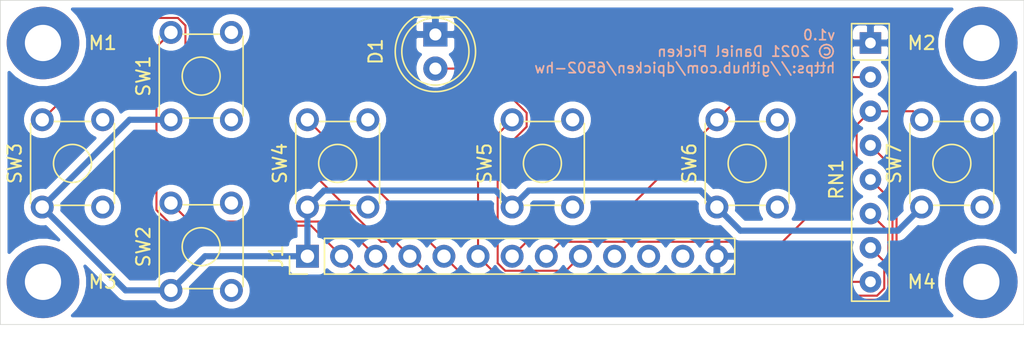
<source format=kicad_pcb>
(kicad_pcb (version 20171130) (host pcbnew 5.1.4+dfsg1-1~bpo10+1)

  (general
    (thickness 1.6002)
    (drawings 5)
    (tracks 89)
    (zones 0)
    (modules 14)
    (nets 11)
  )

  (page A4)
  (title_block
    (title "6502 SBC Expansion - Controller")
    (date 2021-09-15)
    (rev 1.0)
  )

  (layers
    (0 F.Cu signal)
    (31 B.Cu signal)
    (36 B.SilkS user)
    (37 F.SilkS user)
    (38 B.Mask user)
    (39 F.Mask user)
    (40 Dwgs.User user)
    (41 Cmts.User user)
    (42 Eco1.User user)
    (43 Eco2.User user)
    (44 Edge.Cuts user)
    (45 Margin user)
    (46 B.CrtYd user)
    (47 F.CrtYd user)
    (48 B.Fab user)
    (49 F.Fab user)
  )

  (setup
    (last_trace_width 0.1524)
    (trace_clearance 0.1524)
    (zone_clearance 0.508)
    (zone_45_only no)
    (trace_min 0.1524)
    (via_size 0.508)
    (via_drill 0.254)
    (via_min_size 0.508)
    (via_min_drill 0.254)
    (uvia_size 0.508)
    (uvia_drill 0.254)
    (uvias_allowed no)
    (uvia_min_size 0.508)
    (uvia_min_drill 0.254)
    (edge_width 0.05)
    (segment_width 0.2)
    (pcb_text_width 0.3)
    (pcb_text_size 1.5 1.5)
    (mod_edge_width 0.12)
    (mod_text_size 0.762 0.762)
    (mod_text_width 0.127)
    (pad_size 1.524 1.524)
    (pad_drill 0.762)
    (pad_to_mask_clearance 0.0508)
    (aux_axis_origin 0 0)
    (visible_elements 7FFFFFFF)
    (pcbplotparams
      (layerselection 0x010fc_ffffffff)
      (usegerberextensions false)
      (usegerberattributes false)
      (usegerberadvancedattributes false)
      (creategerberjobfile false)
      (excludeedgelayer true)
      (linewidth 0.100000)
      (plotframeref false)
      (viasonmask false)
      (mode 1)
      (useauxorigin false)
      (hpglpennumber 1)
      (hpglpenspeed 20)
      (hpglpendiameter 15.000000)
      (psnegative false)
      (psa4output false)
      (plotreference true)
      (plotvalue true)
      (plotinvisibletext false)
      (padsonsilk false)
      (subtractmaskfromsilk false)
      (outputformat 1)
      (mirror false)
      (drillshape 1)
      (scaleselection 1)
      (outputdirectory ""))
  )

  (net 0 "")
  (net 1 GND)
  (net 2 "Net-(D1-Pad2)")
  (net 3 +5V)
  (net 4 "Net-(J1-Pad2)")
  (net 5 "Net-(J1-Pad3)")
  (net 6 "Net-(J1-Pad4)")
  (net 7 "Net-(J1-Pad5)")
  (net 8 "Net-(J1-Pad6)")
  (net 9 "Net-(J1-Pad7)")
  (net 10 "Net-(J1-Pad8)")

  (net_class Default "This is the default net class."
    (clearance 0.1524)
    (trace_width 0.1524)
    (via_dia 0.508)
    (via_drill 0.254)
    (uvia_dia 0.508)
    (uvia_drill 0.254)
    (diff_pair_width 0.1524)
    (diff_pair_gap 0.1524)
    (add_net "Net-(D1-Pad2)")
    (add_net "Net-(J1-Pad2)")
    (add_net "Net-(J1-Pad3)")
    (add_net "Net-(J1-Pad4)")
    (add_net "Net-(J1-Pad5)")
    (add_net "Net-(J1-Pad6)")
    (add_net "Net-(J1-Pad7)")
    (add_net "Net-(J1-Pad8)")
  )

  (net_class Power ""
    (clearance 0.1524)
    (trace_width 0.4572)
    (via_dia 0.508)
    (via_drill 0.254)
    (uvia_dia 0.508)
    (uvia_drill 0.254)
    (diff_pair_width 0.1524)
    (diff_pair_gap 0.1524)
    (add_net +5V)
    (add_net GND)
  )

  (module mount:MountingHole_2.7mm_M2.5_Pad (layer F.Cu) (tedit 56D1B4CB) (tstamp 6142E12C)
    (at 146.685 88.265)
    (descr "Mounting Hole 2.7mm, M2.5")
    (tags "mounting hole 2.7mm m2.5")
    (attr virtual)
    (fp_text reference M4 (at -4.445 0) (layer F.SilkS)
      (effects (font (size 1 1) (thickness 0.15)))
    )
    (fp_text value M2.5 (at 0 3.7) (layer F.Fab)
      (effects (font (size 1 1) (thickness 0.15)))
    )
    (fp_text user %R (at 0.3 0) (layer F.Fab)
      (effects (font (size 1 1) (thickness 0.15)))
    )
    (fp_circle (center 0 0) (end 2.7 0) (layer Cmts.User) (width 0.15))
    (fp_circle (center 0 0) (end 2.95 0) (layer F.CrtYd) (width 0.05))
    (pad 1 thru_hole circle (at 0 0) (size 5.4 5.4) (drill 2.7) (layers *.Cu *.Mask))
  )

  (module mount:MountingHole_2.7mm_M2.5_Pad (layer F.Cu) (tedit 56D1B4CB) (tstamp 6142DD32)
    (at 146.685 70.485)
    (descr "Mounting Hole 2.7mm, M2.5")
    (tags "mounting hole 2.7mm m2.5")
    (attr virtual)
    (fp_text reference M2 (at -4.445 0) (layer F.SilkS)
      (effects (font (size 1 1) (thickness 0.15)))
    )
    (fp_text value M2.5 (at 0 3.7) (layer F.Fab)
      (effects (font (size 1 1) (thickness 0.15)))
    )
    (fp_circle (center 0 0) (end 2.95 0) (layer F.CrtYd) (width 0.05))
    (fp_circle (center 0 0) (end 2.7 0) (layer Cmts.User) (width 0.15))
    (fp_text user %R (at 0.3 0) (layer F.Fab)
      (effects (font (size 1 1) (thickness 0.15)))
    )
    (pad 1 thru_hole circle (at 0 0) (size 5.4 5.4) (drill 2.7) (layers *.Cu *.Mask))
  )

  (module mount:MountingHole_2.7mm_M2.5_Pad (layer F.Cu) (tedit 56D1B4CB) (tstamp 6142C56F)
    (at 76.835 88.265)
    (descr "Mounting Hole 2.7mm, M2.5")
    (tags "mounting hole 2.7mm m2.5")
    (attr virtual)
    (fp_text reference M3 (at 4.445 0) (layer F.SilkS)
      (effects (font (size 1 1) (thickness 0.15)))
    )
    (fp_text value M2.5 (at 0 3.7) (layer F.Fab)
      (effects (font (size 1 1) (thickness 0.15)))
    )
    (fp_text user %R (at 0.3 0) (layer F.Fab)
      (effects (font (size 1 1) (thickness 0.15)))
    )
    (fp_circle (center 0 0) (end 2.7 0) (layer Cmts.User) (width 0.15))
    (fp_circle (center 0 0) (end 2.95 0) (layer F.CrtYd) (width 0.05))
    (pad 1 thru_hole circle (at 0 0) (size 5.4 5.4) (drill 2.7) (layers *.Cu *.Mask))
  )

  (module mount:MountingHole_2.7mm_M2.5_Pad (layer F.Cu) (tedit 56D1B4CB) (tstamp 6142D53E)
    (at 76.835 70.485)
    (descr "Mounting Hole 2.7mm, M2.5")
    (tags "mounting hole 2.7mm m2.5")
    (attr virtual)
    (fp_text reference M1 (at 4.445 0) (layer F.SilkS)
      (effects (font (size 1 1) (thickness 0.15)))
    )
    (fp_text value M2.5 (at 0 3.7) (layer F.Fab)
      (effects (font (size 1 1) (thickness 0.15)))
    )
    (fp_circle (center 0 0) (end 2.95 0) (layer F.CrtYd) (width 0.05))
    (fp_circle (center 0 0) (end 2.7 0) (layer Cmts.User) (width 0.15))
    (fp_text user %R (at 0.3 0) (layer F.Fab)
      (effects (font (size 1 1) (thickness 0.15)))
    )
    (pad 1 thru_hole circle (at 0 0) (size 5.4 5.4) (drill 2.7) (layers *.Cu *.Mask))
  )

  (module switch:SW_TH_Tactile_Omron_B3F-10xx (layer F.Cu) (tedit 5D84F0EF) (tstamp 6142B72C)
    (at 142.24 82.7 90)
    (descr SW_TH_Tactile_Omron_B3F-10xx_https://www.omron.com/ecb/products/pdf/en-b3f.pdf)
    (tags "Omron B3F-10xx")
    (path /6149EF8F)
    (fp_text reference SW7 (at 3.25 -2.05 90) (layer F.SilkS)
      (effects (font (size 1 1) (thickness 0.15)))
    )
    (fp_text value C (at 3.2 6.5 180) (layer F.Fab)
      (effects (font (size 1 1) (thickness 0.15)))
    )
    (fp_line (start -1.1 -1.1) (end 7.6 -1.1) (layer F.CrtYd) (width 0.05))
    (fp_line (start 0.25 5.25) (end 6.25 5.25) (layer F.Fab) (width 0.1))
    (fp_line (start 6.37 0.91) (end 6.37 3.59) (layer F.SilkS) (width 0.12))
    (fp_line (start 0.13 3.59) (end 0.13 0.91) (layer F.SilkS) (width 0.12))
    (fp_line (start 0.28 -0.87) (end 6.22 -0.87) (layer F.SilkS) (width 0.12))
    (fp_line (start 0.28 5.37) (end 6.22 5.37) (layer F.SilkS) (width 0.12))
    (fp_circle (center 3.25 2.25) (end 4.25 3.25) (layer F.SilkS) (width 0.12))
    (fp_line (start -1.1 -1.1) (end -1.1 5.6) (layer F.CrtYd) (width 0.05))
    (fp_line (start -1.1 5.6) (end 7.6 5.6) (layer F.CrtYd) (width 0.05))
    (fp_line (start 7.6 5.6) (end 7.6 -1.1) (layer F.CrtYd) (width 0.05))
    (fp_text user %R (at 3.25 2.25 90) (layer F.Fab)
      (effects (font (size 1 1) (thickness 0.15)))
    )
    (fp_line (start 0.25 -0.75) (end 6.25 -0.75) (layer F.Fab) (width 0.1))
    (fp_line (start 6.25 -0.75) (end 6.25 5.25) (layer F.Fab) (width 0.1))
    (fp_line (start 0.25 -0.75) (end 0.25 5.25) (layer F.Fab) (width 0.1))
    (pad 1 thru_hole circle (at 0 0 90) (size 1.7 1.7) (drill 1) (layers *.Cu *.Mask)
      (net 3 +5V))
    (pad 2 thru_hole circle (at 6.5 0 90) (size 1.7 1.7) (drill 1) (layers *.Cu *.Mask)
      (net 10 "Net-(J1-Pad8)"))
    (pad 3 thru_hole circle (at 0 4.5 90) (size 1.7 1.7) (drill 1) (layers *.Cu *.Mask))
    (pad 4 thru_hole circle (at 6.5 4.5 90) (size 1.7 1.7) (drill 1) (layers *.Cu *.Mask))
    (model ${KISYS3DMOD}/Button_Switch_THT.3dshapes/SW_TH_Tactile_Omron_B3F-10xx.wrl
      (at (xyz 0 0 0))
      (scale (xyz 1 1 1))
      (rotate (xyz 0 0 0))
    )
  )

  (module switch:SW_TH_Tactile_Omron_B3F-10xx (layer F.Cu) (tedit 5D84F0EF) (tstamp 6142A2D7)
    (at 127 82.7 90)
    (descr SW_TH_Tactile_Omron_B3F-10xx_https://www.omron.com/ecb/products/pdf/en-b3f.pdf)
    (tags "Omron B3F-10xx")
    (path /6149ECA4)
    (fp_text reference SW6 (at 3.25 -2.05 90) (layer F.SilkS)
      (effects (font (size 1 1) (thickness 0.15)))
    )
    (fp_text value B (at 3.2 6.5 180) (layer F.Fab)
      (effects (font (size 1 1) (thickness 0.15)))
    )
    (fp_line (start -1.1 -1.1) (end 7.6 -1.1) (layer F.CrtYd) (width 0.05))
    (fp_line (start 0.25 5.25) (end 6.25 5.25) (layer F.Fab) (width 0.1))
    (fp_line (start 6.37 0.91) (end 6.37 3.59) (layer F.SilkS) (width 0.12))
    (fp_line (start 0.13 3.59) (end 0.13 0.91) (layer F.SilkS) (width 0.12))
    (fp_line (start 0.28 -0.87) (end 6.22 -0.87) (layer F.SilkS) (width 0.12))
    (fp_line (start 0.28 5.37) (end 6.22 5.37) (layer F.SilkS) (width 0.12))
    (fp_circle (center 3.25 2.25) (end 4.25 3.25) (layer F.SilkS) (width 0.12))
    (fp_line (start -1.1 -1.1) (end -1.1 5.6) (layer F.CrtYd) (width 0.05))
    (fp_line (start -1.1 5.6) (end 7.6 5.6) (layer F.CrtYd) (width 0.05))
    (fp_line (start 7.6 5.6) (end 7.6 -1.1) (layer F.CrtYd) (width 0.05))
    (fp_text user %R (at 3.25 2.25 90) (layer F.Fab)
      (effects (font (size 1 1) (thickness 0.15)))
    )
    (fp_line (start 0.25 -0.75) (end 6.25 -0.75) (layer F.Fab) (width 0.1))
    (fp_line (start 6.25 -0.75) (end 6.25 5.25) (layer F.Fab) (width 0.1))
    (fp_line (start 0.25 -0.75) (end 0.25 5.25) (layer F.Fab) (width 0.1))
    (pad 1 thru_hole circle (at 0 0 90) (size 1.7 1.7) (drill 1) (layers *.Cu *.Mask)
      (net 3 +5V))
    (pad 2 thru_hole circle (at 6.5 0 90) (size 1.7 1.7) (drill 1) (layers *.Cu *.Mask)
      (net 9 "Net-(J1-Pad7)"))
    (pad 3 thru_hole circle (at 0 4.5 90) (size 1.7 1.7) (drill 1) (layers *.Cu *.Mask))
    (pad 4 thru_hole circle (at 6.5 4.5 90) (size 1.7 1.7) (drill 1) (layers *.Cu *.Mask))
    (model ${KISYS3DMOD}/Button_Switch_THT.3dshapes/SW_TH_Tactile_Omron_B3F-10xx.wrl
      (at (xyz 0 0 0))
      (scale (xyz 1 1 1))
      (rotate (xyz 0 0 0))
    )
  )

  (module switch:SW_TH_Tactile_Omron_B3F-10xx (layer F.Cu) (tedit 5D84F0EF) (tstamp 6142A213)
    (at 111.76 82.7 90)
    (descr SW_TH_Tactile_Omron_B3F-10xx_https://www.omron.com/ecb/products/pdf/en-b3f.pdf)
    (tags "Omron B3F-10xx")
    (path /6149E910)
    (fp_text reference SW5 (at 3.25 -2.05 90) (layer F.SilkS)
      (effects (font (size 1 1) (thickness 0.15)))
    )
    (fp_text value A (at 3.2 6.5 180) (layer F.Fab)
      (effects (font (size 1 1) (thickness 0.15)))
    )
    (fp_line (start -1.1 -1.1) (end 7.6 -1.1) (layer F.CrtYd) (width 0.05))
    (fp_line (start 0.25 5.25) (end 6.25 5.25) (layer F.Fab) (width 0.1))
    (fp_line (start 6.37 0.91) (end 6.37 3.59) (layer F.SilkS) (width 0.12))
    (fp_line (start 0.13 3.59) (end 0.13 0.91) (layer F.SilkS) (width 0.12))
    (fp_line (start 0.28 -0.87) (end 6.22 -0.87) (layer F.SilkS) (width 0.12))
    (fp_line (start 0.28 5.37) (end 6.22 5.37) (layer F.SilkS) (width 0.12))
    (fp_circle (center 3.25 2.25) (end 4.25 3.25) (layer F.SilkS) (width 0.12))
    (fp_line (start -1.1 -1.1) (end -1.1 5.6) (layer F.CrtYd) (width 0.05))
    (fp_line (start -1.1 5.6) (end 7.6 5.6) (layer F.CrtYd) (width 0.05))
    (fp_line (start 7.6 5.6) (end 7.6 -1.1) (layer F.CrtYd) (width 0.05))
    (fp_text user %R (at 3.25 2.25 90) (layer F.Fab)
      (effects (font (size 1 1) (thickness 0.15)))
    )
    (fp_line (start 0.25 -0.75) (end 6.25 -0.75) (layer F.Fab) (width 0.1))
    (fp_line (start 6.25 -0.75) (end 6.25 5.25) (layer F.Fab) (width 0.1))
    (fp_line (start 0.25 -0.75) (end 0.25 5.25) (layer F.Fab) (width 0.1))
    (pad 1 thru_hole circle (at 0 0 90) (size 1.7 1.7) (drill 1) (layers *.Cu *.Mask)
      (net 3 +5V))
    (pad 2 thru_hole circle (at 6.5 0 90) (size 1.7 1.7) (drill 1) (layers *.Cu *.Mask)
      (net 8 "Net-(J1-Pad6)"))
    (pad 3 thru_hole circle (at 0 4.5 90) (size 1.7 1.7) (drill 1) (layers *.Cu *.Mask))
    (pad 4 thru_hole circle (at 6.5 4.5 90) (size 1.7 1.7) (drill 1) (layers *.Cu *.Mask))
    (model ${KISYS3DMOD}/Button_Switch_THT.3dshapes/SW_TH_Tactile_Omron_B3F-10xx.wrl
      (at (xyz 0 0 0))
      (scale (xyz 1 1 1))
      (rotate (xyz 0 0 0))
    )
  )

  (module switch:SW_TH_Tactile_Omron_B3F-10xx (layer F.Cu) (tedit 5D84F0EF) (tstamp 6142A14F)
    (at 96.52 82.7 90)
    (descr SW_TH_Tactile_Omron_B3F-10xx_https://www.omron.com/ecb/products/pdf/en-b3f.pdf)
    (tags "Omron B3F-10xx")
    (path /6149E6A4)
    (fp_text reference SW4 (at 3.25 -2.05 90) (layer F.SilkS)
      (effects (font (size 1 1) (thickness 0.15)))
    )
    (fp_text value R (at 3.2 6.5 180) (layer F.Fab)
      (effects (font (size 1 1) (thickness 0.15)))
    )
    (fp_line (start -1.1 -1.1) (end 7.6 -1.1) (layer F.CrtYd) (width 0.05))
    (fp_line (start 0.25 5.25) (end 6.25 5.25) (layer F.Fab) (width 0.1))
    (fp_line (start 6.37 0.91) (end 6.37 3.59) (layer F.SilkS) (width 0.12))
    (fp_line (start 0.13 3.59) (end 0.13 0.91) (layer F.SilkS) (width 0.12))
    (fp_line (start 0.28 -0.87) (end 6.22 -0.87) (layer F.SilkS) (width 0.12))
    (fp_line (start 0.28 5.37) (end 6.22 5.37) (layer F.SilkS) (width 0.12))
    (fp_circle (center 3.25 2.25) (end 4.25 3.25) (layer F.SilkS) (width 0.12))
    (fp_line (start -1.1 -1.1) (end -1.1 5.6) (layer F.CrtYd) (width 0.05))
    (fp_line (start -1.1 5.6) (end 7.6 5.6) (layer F.CrtYd) (width 0.05))
    (fp_line (start 7.6 5.6) (end 7.6 -1.1) (layer F.CrtYd) (width 0.05))
    (fp_text user %R (at 3.25 2.25 90) (layer F.Fab)
      (effects (font (size 1 1) (thickness 0.15)))
    )
    (fp_line (start 0.25 -0.75) (end 6.25 -0.75) (layer F.Fab) (width 0.1))
    (fp_line (start 6.25 -0.75) (end 6.25 5.25) (layer F.Fab) (width 0.1))
    (fp_line (start 0.25 -0.75) (end 0.25 5.25) (layer F.Fab) (width 0.1))
    (pad 1 thru_hole circle (at 0 0 90) (size 1.7 1.7) (drill 1) (layers *.Cu *.Mask)
      (net 3 +5V))
    (pad 2 thru_hole circle (at 6.5 0 90) (size 1.7 1.7) (drill 1) (layers *.Cu *.Mask)
      (net 7 "Net-(J1-Pad5)"))
    (pad 3 thru_hole circle (at 0 4.5 90) (size 1.7 1.7) (drill 1) (layers *.Cu *.Mask))
    (pad 4 thru_hole circle (at 6.5 4.5 90) (size 1.7 1.7) (drill 1) (layers *.Cu *.Mask))
    (model ${KISYS3DMOD}/Button_Switch_THT.3dshapes/SW_TH_Tactile_Omron_B3F-10xx.wrl
      (at (xyz 0 0 0))
      (scale (xyz 1 1 1))
      (rotate (xyz 0 0 0))
    )
  )

  (module switch:SW_TH_Tactile_Omron_B3F-10xx (layer F.Cu) (tedit 5D84F0EF) (tstamp 6142A08B)
    (at 76.78 82.7 90)
    (descr SW_TH_Tactile_Omron_B3F-10xx_https://www.omron.com/ecb/products/pdf/en-b3f.pdf)
    (tags "Omron B3F-10xx")
    (path /6149E449)
    (fp_text reference SW3 (at 3.25 -2.05 90) (layer F.SilkS)
      (effects (font (size 1 1) (thickness 0.15)))
    )
    (fp_text value L (at 3.2 6.5 180) (layer F.Fab)
      (effects (font (size 1 1) (thickness 0.15)))
    )
    (fp_line (start -1.1 -1.1) (end 7.6 -1.1) (layer F.CrtYd) (width 0.05))
    (fp_line (start 0.25 5.25) (end 6.25 5.25) (layer F.Fab) (width 0.1))
    (fp_line (start 6.37 0.91) (end 6.37 3.59) (layer F.SilkS) (width 0.12))
    (fp_line (start 0.13 3.59) (end 0.13 0.91) (layer F.SilkS) (width 0.12))
    (fp_line (start 0.28 -0.87) (end 6.22 -0.87) (layer F.SilkS) (width 0.12))
    (fp_line (start 0.28 5.37) (end 6.22 5.37) (layer F.SilkS) (width 0.12))
    (fp_circle (center 3.25 2.25) (end 4.25 3.25) (layer F.SilkS) (width 0.12))
    (fp_line (start -1.1 -1.1) (end -1.1 5.6) (layer F.CrtYd) (width 0.05))
    (fp_line (start -1.1 5.6) (end 7.6 5.6) (layer F.CrtYd) (width 0.05))
    (fp_line (start 7.6 5.6) (end 7.6 -1.1) (layer F.CrtYd) (width 0.05))
    (fp_text user %R (at 3.25 2.25 90) (layer F.Fab)
      (effects (font (size 1 1) (thickness 0.15)))
    )
    (fp_line (start 0.25 -0.75) (end 6.25 -0.75) (layer F.Fab) (width 0.1))
    (fp_line (start 6.25 -0.75) (end 6.25 5.25) (layer F.Fab) (width 0.1))
    (fp_line (start 0.25 -0.75) (end 0.25 5.25) (layer F.Fab) (width 0.1))
    (pad 1 thru_hole circle (at 0 0 90) (size 1.7 1.7) (drill 1) (layers *.Cu *.Mask)
      (net 3 +5V))
    (pad 2 thru_hole circle (at 6.5 0 90) (size 1.7 1.7) (drill 1) (layers *.Cu *.Mask)
      (net 6 "Net-(J1-Pad4)"))
    (pad 3 thru_hole circle (at 0 4.5 90) (size 1.7 1.7) (drill 1) (layers *.Cu *.Mask))
    (pad 4 thru_hole circle (at 6.5 4.5 90) (size 1.7 1.7) (drill 1) (layers *.Cu *.Mask))
    (model ${KISYS3DMOD}/Button_Switch_THT.3dshapes/SW_TH_Tactile_Omron_B3F-10xx.wrl
      (at (xyz 0 0 0))
      (scale (xyz 1 1 1))
      (rotate (xyz 0 0 0))
    )
  )

  (module switch:SW_TH_Tactile_Omron_B3F-10xx (layer F.Cu) (tedit 5D84F0EF) (tstamp 61429FC7)
    (at 86.36 88.9 90)
    (descr SW_TH_Tactile_Omron_B3F-10xx_https://www.omron.com/ecb/products/pdf/en-b3f.pdf)
    (tags "Omron B3F-10xx")
    (path /6149E1BC)
    (fp_text reference SW2 (at 3.25 -2.05 90) (layer F.SilkS)
      (effects (font (size 1 1) (thickness 0.15)))
    )
    (fp_text value D (at 3.2 6.5 180) (layer F.Fab)
      (effects (font (size 1 1) (thickness 0.15)))
    )
    (fp_line (start -1.1 -1.1) (end 7.6 -1.1) (layer F.CrtYd) (width 0.05))
    (fp_line (start 0.25 5.25) (end 6.25 5.25) (layer F.Fab) (width 0.1))
    (fp_line (start 6.37 0.91) (end 6.37 3.59) (layer F.SilkS) (width 0.12))
    (fp_line (start 0.13 3.59) (end 0.13 0.91) (layer F.SilkS) (width 0.12))
    (fp_line (start 0.28 -0.87) (end 6.22 -0.87) (layer F.SilkS) (width 0.12))
    (fp_line (start 0.28 5.37) (end 6.22 5.37) (layer F.SilkS) (width 0.12))
    (fp_circle (center 3.25 2.25) (end 4.25 3.25) (layer F.SilkS) (width 0.12))
    (fp_line (start -1.1 -1.1) (end -1.1 5.6) (layer F.CrtYd) (width 0.05))
    (fp_line (start -1.1 5.6) (end 7.6 5.6) (layer F.CrtYd) (width 0.05))
    (fp_line (start 7.6 5.6) (end 7.6 -1.1) (layer F.CrtYd) (width 0.05))
    (fp_text user %R (at 3.25 2.25 90) (layer F.Fab)
      (effects (font (size 1 1) (thickness 0.15)))
    )
    (fp_line (start 0.25 -0.75) (end 6.25 -0.75) (layer F.Fab) (width 0.1))
    (fp_line (start 6.25 -0.75) (end 6.25 5.25) (layer F.Fab) (width 0.1))
    (fp_line (start 0.25 -0.75) (end 0.25 5.25) (layer F.Fab) (width 0.1))
    (pad 1 thru_hole circle (at 0 0 90) (size 1.7 1.7) (drill 1) (layers *.Cu *.Mask)
      (net 3 +5V))
    (pad 2 thru_hole circle (at 6.5 0 90) (size 1.7 1.7) (drill 1) (layers *.Cu *.Mask)
      (net 5 "Net-(J1-Pad3)"))
    (pad 3 thru_hole circle (at 0 4.5 90) (size 1.7 1.7) (drill 1) (layers *.Cu *.Mask))
    (pad 4 thru_hole circle (at 6.5 4.5 90) (size 1.7 1.7) (drill 1) (layers *.Cu *.Mask))
    (model ${KISYS3DMOD}/Button_Switch_THT.3dshapes/SW_TH_Tactile_Omron_B3F-10xx.wrl
      (at (xyz 0 0 0))
      (scale (xyz 1 1 1))
      (rotate (xyz 0 0 0))
    )
  )

  (module switch:SW_TH_Tactile_Omron_B3F-10xx (layer F.Cu) (tedit 5D84F0EF) (tstamp 61429F03)
    (at 86.36 76.2 90)
    (descr SW_TH_Tactile_Omron_B3F-10xx_https://www.omron.com/ecb/products/pdf/en-b3f.pdf)
    (tags "Omron B3F-10xx")
    (path /6149A8C0)
    (fp_text reference SW1 (at 3.25 -2.05 90) (layer F.SilkS)
      (effects (font (size 1 1) (thickness 0.15)))
    )
    (fp_text value U (at 3.2 6.5 180) (layer F.Fab)
      (effects (font (size 1 1) (thickness 0.15)))
    )
    (fp_line (start -1.1 -1.1) (end 7.6 -1.1) (layer F.CrtYd) (width 0.05))
    (fp_line (start 0.25 5.25) (end 6.25 5.25) (layer F.Fab) (width 0.1))
    (fp_line (start 6.37 0.91) (end 6.37 3.59) (layer F.SilkS) (width 0.12))
    (fp_line (start 0.13 3.59) (end 0.13 0.91) (layer F.SilkS) (width 0.12))
    (fp_line (start 0.28 -0.87) (end 6.22 -0.87) (layer F.SilkS) (width 0.12))
    (fp_line (start 0.28 5.37) (end 6.22 5.37) (layer F.SilkS) (width 0.12))
    (fp_circle (center 3.25 2.25) (end 4.25 3.25) (layer F.SilkS) (width 0.12))
    (fp_line (start -1.1 -1.1) (end -1.1 5.6) (layer F.CrtYd) (width 0.05))
    (fp_line (start -1.1 5.6) (end 7.6 5.6) (layer F.CrtYd) (width 0.05))
    (fp_line (start 7.6 5.6) (end 7.6 -1.1) (layer F.CrtYd) (width 0.05))
    (fp_text user %R (at 3.25 2.25 90) (layer F.Fab)
      (effects (font (size 1 1) (thickness 0.15)))
    )
    (fp_line (start 0.25 -0.75) (end 6.25 -0.75) (layer F.Fab) (width 0.1))
    (fp_line (start 6.25 -0.75) (end 6.25 5.25) (layer F.Fab) (width 0.1))
    (fp_line (start 0.25 -0.75) (end 0.25 5.25) (layer F.Fab) (width 0.1))
    (pad 1 thru_hole circle (at 0 0 90) (size 1.7 1.7) (drill 1) (layers *.Cu *.Mask)
      (net 3 +5V))
    (pad 2 thru_hole circle (at 6.5 0 90) (size 1.7 1.7) (drill 1) (layers *.Cu *.Mask)
      (net 4 "Net-(J1-Pad2)"))
    (pad 3 thru_hole circle (at 0 4.5 90) (size 1.7 1.7) (drill 1) (layers *.Cu *.Mask))
    (pad 4 thru_hole circle (at 6.5 4.5 90) (size 1.7 1.7) (drill 1) (layers *.Cu *.Mask))
    (model ${KISYS3DMOD}/Button_Switch_THT.3dshapes/SW_TH_Tactile_Omron_B3F-10xx.wrl
      (at (xyz 0 0 0))
      (scale (xyz 1 1 1))
      (rotate (xyz 0 0 0))
    )
  )

  (module resistor:R_Array_SIP8 (layer F.Cu) (tedit 5A14249F) (tstamp 61429E3F)
    (at 138.43 70.485 270)
    (descr "8-pin Resistor SIP pack")
    (tags R)
    (path /6142419D)
    (fp_text reference RN1 (at 10.16 2.54 90) (layer F.SilkS)
      (effects (font (size 1 1) (thickness 0.15)))
    )
    (fp_text value 1K (at 10.16 2.4 90) (layer F.Fab)
      (effects (font (size 1 1) (thickness 0.15)))
    )
    (fp_line (start 19.5 -1.65) (end -1.7 -1.65) (layer F.CrtYd) (width 0.05))
    (fp_line (start 19.5 1.65) (end 19.5 -1.65) (layer F.CrtYd) (width 0.05))
    (fp_line (start -1.7 1.65) (end 19.5 1.65) (layer F.CrtYd) (width 0.05))
    (fp_line (start -1.7 -1.65) (end -1.7 1.65) (layer F.CrtYd) (width 0.05))
    (fp_line (start 1.27 -1.4) (end 1.27 1.4) (layer F.SilkS) (width 0.12))
    (fp_line (start 19.22 -1.4) (end -1.44 -1.4) (layer F.SilkS) (width 0.12))
    (fp_line (start 19.22 1.4) (end 19.22 -1.4) (layer F.SilkS) (width 0.12))
    (fp_line (start -1.44 1.4) (end 19.22 1.4) (layer F.SilkS) (width 0.12))
    (fp_line (start -1.44 -1.4) (end -1.44 1.4) (layer F.SilkS) (width 0.12))
    (fp_line (start 1.27 -1.25) (end 1.27 1.25) (layer F.Fab) (width 0.1))
    (fp_line (start 19.07 -1.25) (end -1.29 -1.25) (layer F.Fab) (width 0.1))
    (fp_line (start 19.07 1.25) (end 19.07 -1.25) (layer F.Fab) (width 0.1))
    (fp_line (start -1.29 1.25) (end 19.07 1.25) (layer F.Fab) (width 0.1))
    (fp_line (start -1.29 -1.25) (end -1.29 1.25) (layer F.Fab) (width 0.1))
    (fp_text user %R (at 8.89 0 90) (layer F.Fab)
      (effects (font (size 1 1) (thickness 0.15)))
    )
    (pad 8 thru_hole oval (at 17.78 0 270) (size 1.6 1.6) (drill 0.8) (layers *.Cu *.Mask)
      (net 8 "Net-(J1-Pad6)"))
    (pad 7 thru_hole oval (at 15.24 0 270) (size 1.6 1.6) (drill 0.8) (layers *.Cu *.Mask)
      (net 7 "Net-(J1-Pad5)"))
    (pad 6 thru_hole oval (at 12.7 0 270) (size 1.6 1.6) (drill 0.8) (layers *.Cu *.Mask)
      (net 6 "Net-(J1-Pad4)"))
    (pad 5 thru_hole oval (at 10.16 0 270) (size 1.6 1.6) (drill 0.8) (layers *.Cu *.Mask)
      (net 5 "Net-(J1-Pad3)"))
    (pad 4 thru_hole oval (at 7.62 0 270) (size 1.6 1.6) (drill 0.8) (layers *.Cu *.Mask)
      (net 4 "Net-(J1-Pad2)"))
    (pad 3 thru_hole oval (at 5.08 0 270) (size 1.6 1.6) (drill 0.8) (layers *.Cu *.Mask)
      (net 10 "Net-(J1-Pad8)"))
    (pad 2 thru_hole oval (at 2.54 0 270) (size 1.6 1.6) (drill 0.8) (layers *.Cu *.Mask)
      (net 9 "Net-(J1-Pad7)"))
    (pad 1 thru_hole rect (at 0 0 270) (size 1.6 1.6) (drill 0.8) (layers *.Cu *.Mask)
      (net 1 GND))
    (model ${KISYS3DMOD}/Resistor_THT.3dshapes/R_Array_SIP8.wrl
      (at (xyz 0 0 0))
      (scale (xyz 1 1 1))
      (rotate (xyz 0 0 0))
    )
  )

  (module connector:PinHeader_1x13_P2.54mm_Vertical (layer F.Cu) (tedit 59FED5CC) (tstamp 6142ADD9)
    (at 96.52 86.36 90)
    (descr "Through hole straight pin header, 1x13, 2.54mm pitch, single row")
    (tags "Through hole pin header THT 1x13 2.54mm single row")
    (path /6142495C)
    (fp_text reference J1 (at 0 -2.33 90) (layer F.SilkS)
      (effects (font (size 1 1) (thickness 0.15)))
    )
    (fp_text value P (at 0 32.81 90) (layer F.Fab)
      (effects (font (size 1 1) (thickness 0.15)))
    )
    (fp_text user %R (at 0 15.24) (layer F.Fab)
      (effects (font (size 1 1) (thickness 0.15)))
    )
    (fp_line (start 1.8 -1.8) (end -1.8 -1.8) (layer F.CrtYd) (width 0.05))
    (fp_line (start 1.8 32.25) (end 1.8 -1.8) (layer F.CrtYd) (width 0.05))
    (fp_line (start -1.8 32.25) (end 1.8 32.25) (layer F.CrtYd) (width 0.05))
    (fp_line (start -1.8 -1.8) (end -1.8 32.25) (layer F.CrtYd) (width 0.05))
    (fp_line (start -1.33 -1.33) (end 0 -1.33) (layer F.SilkS) (width 0.12))
    (fp_line (start -1.33 0) (end -1.33 -1.33) (layer F.SilkS) (width 0.12))
    (fp_line (start -1.33 1.27) (end 1.33 1.27) (layer F.SilkS) (width 0.12))
    (fp_line (start 1.33 1.27) (end 1.33 31.81) (layer F.SilkS) (width 0.12))
    (fp_line (start -1.33 1.27) (end -1.33 31.81) (layer F.SilkS) (width 0.12))
    (fp_line (start -1.33 31.81) (end 1.33 31.81) (layer F.SilkS) (width 0.12))
    (fp_line (start -1.27 -0.635) (end -0.635 -1.27) (layer F.Fab) (width 0.1))
    (fp_line (start -1.27 31.75) (end -1.27 -0.635) (layer F.Fab) (width 0.1))
    (fp_line (start 1.27 31.75) (end -1.27 31.75) (layer F.Fab) (width 0.1))
    (fp_line (start 1.27 -1.27) (end 1.27 31.75) (layer F.Fab) (width 0.1))
    (fp_line (start -0.635 -1.27) (end 1.27 -1.27) (layer F.Fab) (width 0.1))
    (pad 13 thru_hole oval (at 0 30.48 90) (size 1.7 1.7) (drill 1) (layers *.Cu *.Mask)
      (net 1 GND))
    (pad 12 thru_hole oval (at 0 27.94 90) (size 1.7 1.7) (drill 1) (layers *.Cu *.Mask))
    (pad 11 thru_hole oval (at 0 25.4 90) (size 1.7 1.7) (drill 1) (layers *.Cu *.Mask))
    (pad 10 thru_hole oval (at 0 22.86 90) (size 1.7 1.7) (drill 1) (layers *.Cu *.Mask))
    (pad 9 thru_hole oval (at 0 20.32 90) (size 1.7 1.7) (drill 1) (layers *.Cu *.Mask)
      (net 2 "Net-(D1-Pad2)"))
    (pad 8 thru_hole oval (at 0 17.78 90) (size 1.7 1.7) (drill 1) (layers *.Cu *.Mask)
      (net 10 "Net-(J1-Pad8)"))
    (pad 7 thru_hole oval (at 0 15.24 90) (size 1.7 1.7) (drill 1) (layers *.Cu *.Mask)
      (net 9 "Net-(J1-Pad7)"))
    (pad 6 thru_hole oval (at 0 12.7 90) (size 1.7 1.7) (drill 1) (layers *.Cu *.Mask)
      (net 8 "Net-(J1-Pad6)"))
    (pad 5 thru_hole oval (at 0 10.16 90) (size 1.7 1.7) (drill 1) (layers *.Cu *.Mask)
      (net 7 "Net-(J1-Pad5)"))
    (pad 4 thru_hole oval (at 0 7.62 90) (size 1.7 1.7) (drill 1) (layers *.Cu *.Mask)
      (net 6 "Net-(J1-Pad4)"))
    (pad 3 thru_hole oval (at 0 5.08 90) (size 1.7 1.7) (drill 1) (layers *.Cu *.Mask)
      (net 5 "Net-(J1-Pad3)"))
    (pad 2 thru_hole oval (at 0 2.54 90) (size 1.7 1.7) (drill 1) (layers *.Cu *.Mask)
      (net 4 "Net-(J1-Pad2)"))
    (pad 1 thru_hole rect (at 0 0 90) (size 1.7 1.7) (drill 1) (layers *.Cu *.Mask)
      (net 3 +5V))
    (model ${KISYS3DMOD}/Connector_PinHeader_2.54mm.3dshapes/PinHeader_1x13_P2.54mm_Vertical.wrl
      (at (xyz 0 0 0))
      (scale (xyz 1 1 1))
      (rotate (xyz 0 0 0))
    )
  )

  (module led:LED_D5.0mm (layer F.Cu) (tedit 5995936A) (tstamp 6142B23E)
    (at 106.045 69.85 270)
    (descr "LED, diameter 5.0mm, 2 pins, http://cdn-reichelt.de/documents/datenblatt/A500/LL-504BC2E-009.pdf")
    (tags "LED diameter 5.0mm 2 pins")
    (path /614C6FA3)
    (fp_text reference D1 (at 1.27 4.445 90) (layer F.SilkS)
      (effects (font (size 1 1) (thickness 0.15)))
    )
    (fp_text value LED (at 1.27 -4.191 90) (layer F.Fab)
      (effects (font (size 1 1) (thickness 0.15)))
    )
    (fp_text user %R (at 1.25 0 90) (layer F.Fab)
      (effects (font (size 0.8 0.8) (thickness 0.2)))
    )
    (fp_line (start 4.5 -3.25) (end -1.95 -3.25) (layer F.CrtYd) (width 0.05))
    (fp_line (start 4.5 3.25) (end 4.5 -3.25) (layer F.CrtYd) (width 0.05))
    (fp_line (start -1.95 3.25) (end 4.5 3.25) (layer F.CrtYd) (width 0.05))
    (fp_line (start -1.95 -3.25) (end -1.95 3.25) (layer F.CrtYd) (width 0.05))
    (fp_line (start -1.29 -1.545) (end -1.29 1.545) (layer F.SilkS) (width 0.12))
    (fp_line (start -1.23 -1.469694) (end -1.23 1.469694) (layer F.Fab) (width 0.1))
    (fp_circle (center 1.27 0) (end 3.77 0) (layer F.SilkS) (width 0.12))
    (fp_circle (center 1.27 0) (end 3.77 0) (layer F.Fab) (width 0.1))
    (fp_arc (start 1.27 0) (end -1.29 1.54483) (angle -148.9) (layer F.SilkS) (width 0.12))
    (fp_arc (start 1.27 0) (end -1.29 -1.54483) (angle 148.9) (layer F.SilkS) (width 0.12))
    (fp_arc (start 1.27 0) (end -1.23 -1.469694) (angle 299.1) (layer F.Fab) (width 0.1))
    (pad 2 thru_hole circle (at 2.54 0 270) (size 1.8 1.8) (drill 0.9) (layers *.Cu *.Mask)
      (net 2 "Net-(D1-Pad2)"))
    (pad 1 thru_hole rect (at 0 0 270) (size 1.8 1.8) (drill 0.9) (layers *.Cu *.Mask)
      (net 1 GND))
    (model ${KISYS3DMOD}/LED_THT.3dshapes/LED_D5.0mm.wrl
      (at (xyz 0 0 0))
      (scale (xyz 1 1 1))
      (rotate (xyz 0 0 0))
    )
  )

  (gr_text "v1.0\n© 2021 Daniel Picken\nhttps://github.com/dpicken/6502-hw" (at 135.89 71.12) (layer B.SilkS)
    (effects (font (size 0.762 0.762) (thickness 0.127)) (justify left mirror))
  )
  (gr_line (start 149.86 91.44) (end 149.86 67.31) (layer Edge.Cuts) (width 0.05) (tstamp 6142B665))
  (gr_line (start 73.66 91.44) (end 149.86 91.44) (layer Edge.Cuts) (width 0.05))
  (gr_line (start 73.66 67.31) (end 73.66 91.44) (layer Edge.Cuts) (width 0.05))
  (gr_line (start 149.86 67.31) (end 73.66 67.31) (layer Edge.Cuts) (width 0.05) (tstamp 6142B92A))

  (segment (start 107.317792 72.39) (end 106.045 72.39) (width 0.1524) (layer F.Cu) (net 2))
  (segment (start 109.54633 72.39) (end 107.317792 72.39) (width 0.1524) (layer F.Cu) (net 2))
  (segment (start 112.838601 75.682271) (end 109.54633 72.39) (width 0.1524) (layer F.Cu) (net 2))
  (segment (start 112.838601 76.717729) (end 112.838601 75.682271) (width 0.1524) (layer F.Cu) (net 2))
  (segment (start 110.681399 78.874931) (end 112.838601 76.717729) (width 0.1524) (layer F.Cu) (net 2))
  (segment (start 110.681399 86.877729) (end 110.681399 78.874931) (width 0.1524) (layer F.Cu) (net 2))
  (segment (start 111.242271 87.438601) (end 110.681399 86.877729) (width 0.1524) (layer F.Cu) (net 2))
  (segment (start 115.761399 87.438601) (end 111.242271 87.438601) (width 0.1524) (layer F.Cu) (net 2))
  (segment (start 116.84 86.36) (end 115.761399 87.438601) (width 0.1524) (layer F.Cu) (net 2))
  (segment (start 83.28 76.2) (end 76.78 82.7) (width 0.4572) (layer B.Cu) (net 3))
  (segment (start 86.36 76.2) (end 83.28 76.2) (width 0.4572) (layer B.Cu) (net 3))
  (segment (start 82.98 88.9) (end 86.36 88.9) (width 0.4572) (layer B.Cu) (net 3))
  (segment (start 76.78 82.7) (end 82.98 88.9) (width 0.4572) (layer B.Cu) (net 3))
  (segment (start 88.9 86.36) (end 96.52 86.36) (width 0.4572) (layer B.Cu) (net 3))
  (segment (start 86.36 88.9) (end 88.9 86.36) (width 0.4572) (layer B.Cu) (net 3))
  (segment (start 96.52 86.36) (end 96.52 82.7) (width 0.4572) (layer B.Cu) (net 3))
  (segment (start 127.849999 83.549999) (end 127 82.7) (width 0.4572) (layer B.Cu) (net 3))
  (segment (start 128.755 84.455) (end 127.849999 83.549999) (width 0.4572) (layer B.Cu) (net 3))
  (segment (start 140.485 84.455) (end 128.755 84.455) (width 0.4572) (layer B.Cu) (net 3))
  (segment (start 142.24 82.7) (end 140.485 84.455) (width 0.4572) (layer B.Cu) (net 3))
  (segment (start 110.910001 81.850001) (end 111.76 82.7) (width 0.4572) (layer B.Cu) (net 3))
  (segment (start 110.528999 81.468999) (end 110.910001 81.850001) (width 0.4572) (layer B.Cu) (net 3))
  (segment (start 97.751001 81.468999) (end 110.528999 81.468999) (width 0.4572) (layer B.Cu) (net 3))
  (segment (start 96.52 82.7) (end 97.751001 81.468999) (width 0.4572) (layer B.Cu) (net 3))
  (segment (start 126.150001 81.850001) (end 127 82.7) (width 0.4572) (layer B.Cu) (net 3))
  (segment (start 125.768999 81.468999) (end 126.150001 81.850001) (width 0.4572) (layer B.Cu) (net 3))
  (segment (start 112.991001 81.468999) (end 125.768999 81.468999) (width 0.4572) (layer B.Cu) (net 3))
  (segment (start 111.76 82.7) (end 112.991001 81.468999) (width 0.4572) (layer B.Cu) (net 3))
  (segment (start 139.229999 78.904999) (end 138.43 78.105) (width 0.1524) (layer F.Cu) (net 4))
  (segment (start 140.373031 80.048031) (end 139.229999 78.904999) (width 0.1524) (layer F.Cu) (net 4))
  (segment (start 140.373031 89.137497) (end 140.373031 80.048031) (width 0.1524) (layer F.Cu) (net 4))
  (segment (start 139.3025 90.208028) (end 140.373031 89.137497) (width 0.1524) (layer F.Cu) (net 4))
  (segment (start 102.908029 90.208029) (end 139.3025 90.208028) (width 0.1524) (layer F.Cu) (net 4))
  (segment (start 99.06 86.36) (end 102.908029 90.208029) (width 0.1524) (layer F.Cu) (net 4))
  (segment (start 85.281399 70.778601) (end 85.510001 70.549999) (width 0.1524) (layer F.Cu) (net 4))
  (segment (start 85.281399 82.917729) (end 85.281399 70.778601) (width 0.1524) (layer F.Cu) (net 4))
  (segment (start 86.447081 84.083411) (end 85.281399 82.917729) (width 0.1524) (layer F.Cu) (net 4))
  (segment (start 96.783411 84.083411) (end 86.447081 84.083411) (width 0.1524) (layer F.Cu) (net 4))
  (segment (start 85.510001 70.549999) (end 86.36 69.7) (width 0.1524) (layer F.Cu) (net 4))
  (segment (start 99.06 86.36) (end 96.783411 84.083411) (width 0.1524) (layer F.Cu) (net 4))
  (segment (start 139.229999 81.444999) (end 138.43 80.645) (width 0.1524) (layer F.Cu) (net 5))
  (segment (start 140.068221 82.283221) (end 139.229999 81.444999) (width 0.1524) (layer F.Cu) (net 5))
  (segment (start 140.068221 89.011241) (end 140.068221 82.283221) (width 0.1524) (layer F.Cu) (net 5))
  (segment (start 139.176243 89.903219) (end 140.068221 89.011241) (width 0.1524) (layer F.Cu) (net 5))
  (segment (start 105.143219 89.903219) (end 139.176243 89.903219) (width 0.1524) (layer F.Cu) (net 5))
  (segment (start 101.6 86.36) (end 105.143219 89.903219) (width 0.1524) (layer F.Cu) (net 5))
  (segment (start 100.750001 85.510001) (end 101.6 86.36) (width 0.1524) (layer F.Cu) (net 5))
  (segment (start 99.018601 83.778601) (end 100.750001 85.510001) (width 0.1524) (layer F.Cu) (net 5))
  (segment (start 87.738601 83.778601) (end 99.018601 83.778601) (width 0.1524) (layer F.Cu) (net 5))
  (segment (start 86.36 82.4) (end 87.738601 83.778601) (width 0.1524) (layer F.Cu) (net 5))
  (segment (start 139.229999 83.984999) (end 138.43 83.185) (width 0.1524) (layer F.Cu) (net 6))
  (segment (start 139.763411 88.884985) (end 139.763411 84.518411) (width 0.1524) (layer F.Cu) (net 6))
  (segment (start 139.763411 84.518411) (end 139.229999 83.984999) (width 0.1524) (layer F.Cu) (net 6))
  (segment (start 139.049986 89.59841) (end 139.763411 88.884985) (width 0.1524) (layer F.Cu) (net 6))
  (segment (start 107.37841 89.59841) (end 139.049986 89.59841) (width 0.1524) (layer F.Cu) (net 6))
  (segment (start 104.14 86.36) (end 107.37841 89.59841) (width 0.1524) (layer F.Cu) (net 6))
  (segment (start 77.629999 75.350001) (end 76.78 76.2) (width 0.1524) (layer F.Cu) (net 6))
  (segment (start 84.358601 68.621399) (end 77.629999 75.350001) (width 0.1524) (layer F.Cu) (net 6))
  (segment (start 86.877729 68.621399) (end 84.358601 68.621399) (width 0.1524) (layer F.Cu) (net 6))
  (segment (start 87.438601 69.182271) (end 86.877729 68.621399) (width 0.1524) (layer F.Cu) (net 6))
  (segment (start 87.438601 70.714931) (end 87.438601 69.182271) (width 0.1524) (layer F.Cu) (net 6))
  (segment (start 102.005069 85.281399) (end 87.438601 70.714931) (width 0.1524) (layer F.Cu) (net 6))
  (segment (start 103.061399 85.281399) (end 102.005069 85.281399) (width 0.1524) (layer F.Cu) (net 6))
  (segment (start 104.14 86.36) (end 103.061399 85.281399) (width 0.1524) (layer F.Cu) (net 6))
  (segment (start 139.229999 86.524999) (end 138.43 85.725) (width 0.1524) (layer F.Cu) (net 7))
  (segment (start 139.458601 86.753601) (end 139.229999 86.524999) (width 0.1524) (layer F.Cu) (net 7))
  (segment (start 139.458601 88.758729) (end 139.458601 86.753601) (width 0.1524) (layer F.Cu) (net 7))
  (segment (start 138.923729 89.293601) (end 139.458601 88.758729) (width 0.1524) (layer F.Cu) (net 7))
  (segment (start 109.613601 89.293601) (end 138.923729 89.293601) (width 0.1524) (layer F.Cu) (net 7))
  (segment (start 106.68 86.36) (end 109.613601 89.293601) (width 0.1524) (layer F.Cu) (net 7))
  (segment (start 106.68 86.36) (end 96.52 76.2) (width 0.1524) (layer F.Cu) (net 7))
  (segment (start 111.125 88.265) (end 138.43 88.265) (width 0.1524) (layer F.Cu) (net 8))
  (segment (start 109.22 86.36) (end 111.125 88.265) (width 0.1524) (layer F.Cu) (net 8))
  (segment (start 109.22 78.74) (end 111.76 76.2) (width 0.1524) (layer F.Cu) (net 8))
  (segment (start 109.22 86.36) (end 109.22 78.74) (width 0.1524) (layer F.Cu) (net 8))
  (segment (start 118.223411 84.976589) (end 126.150001 77.049999) (width 0.1524) (layer F.Cu) (net 9))
  (segment (start 113.143411 84.976589) (end 118.223411 84.976589) (width 0.1524) (layer F.Cu) (net 9))
  (segment (start 126.150001 77.049999) (end 127 76.2) (width 0.1524) (layer F.Cu) (net 9))
  (segment (start 111.76 86.36) (end 113.143411 84.976589) (width 0.1524) (layer F.Cu) (net 9))
  (segment (start 130.175 73.025) (end 138.43 73.025) (width 0.1524) (layer F.Cu) (net 9))
  (segment (start 127 76.2) (end 130.175 73.025) (width 0.1524) (layer F.Cu) (net 9))
  (segment (start 137.401399 76.593601) (end 137.630001 76.364999) (width 0.1524) (layer F.Cu) (net 10))
  (segment (start 137.630001 76.364999) (end 138.43 75.565) (width 0.1524) (layer F.Cu) (net 10))
  (segment (start 137.401399 79.768601) (end 137.401399 76.593601) (width 0.1524) (layer F.Cu) (net 10))
  (segment (start 131.888601 85.281399) (end 137.401399 79.768601) (width 0.1524) (layer F.Cu) (net 10))
  (segment (start 115.378601 85.281399) (end 131.888601 85.281399) (width 0.1524) (layer F.Cu) (net 10))
  (segment (start 114.3 86.36) (end 115.378601 85.281399) (width 0.1524) (layer F.Cu) (net 10))
  (segment (start 141.605 75.565) (end 142.24 76.2) (width 0.1524) (layer F.Cu) (net 10))
  (segment (start 138.43 75.565) (end 141.605 75.565) (width 0.1524) (layer F.Cu) (net 10))

  (zone (net 1) (net_name GND) (layer B.Cu) (tstamp 6142B908) (hatch edge 0.508)
    (connect_pads (clearance 0.508))
    (min_thickness 0.254)
    (fill yes (arc_segments 32) (thermal_gap 0.508) (thermal_bridge_width 0.508))
    (polygon
      (pts
        (xy 73.66 67.31) (xy 73.66 91.44) (xy 149.86 91.44) (xy 149.86 67.31)
      )
    )
    (filled_polygon
      (pts
        (xy 144.094536 68.359061) (xy 143.729561 68.905285) (xy 143.478162 69.512216) (xy 143.35 70.156531) (xy 143.35 70.813469)
        (xy 143.478162 71.457784) (xy 143.729561 72.064715) (xy 144.094536 72.610939) (xy 144.559061 73.075464) (xy 145.105285 73.440439)
        (xy 145.712216 73.691838) (xy 146.356531 73.82) (xy 147.013469 73.82) (xy 147.657784 73.691838) (xy 148.264715 73.440439)
        (xy 148.810939 73.075464) (xy 149.200001 72.686402) (xy 149.2 86.063597) (xy 148.810939 85.674536) (xy 148.264715 85.309561)
        (xy 147.657784 85.058162) (xy 147.013469 84.93) (xy 146.356531 84.93) (xy 145.712216 85.058162) (xy 145.105285 85.309561)
        (xy 144.559061 85.674536) (xy 144.094536 86.139061) (xy 143.729561 86.685285) (xy 143.478162 87.292216) (xy 143.35 87.936531)
        (xy 143.35 88.593469) (xy 143.478162 89.237784) (xy 143.729561 89.844715) (xy 144.094536 90.390939) (xy 144.483597 90.78)
        (xy 79.036403 90.78) (xy 79.425464 90.390939) (xy 79.790439 89.844715) (xy 80.041838 89.237784) (xy 80.17 88.593469)
        (xy 80.17 87.936531) (xy 80.041838 87.292216) (xy 79.964718 87.106033) (xy 82.339345 89.48066) (xy 82.366388 89.513612)
        (xy 82.497888 89.621531) (xy 82.647916 89.701722) (xy 82.810705 89.751104) (xy 82.979999 89.767778) (xy 83.022419 89.7636)
        (xy 85.151045 89.7636) (xy 85.206525 89.846632) (xy 85.413368 90.053475) (xy 85.656589 90.21599) (xy 85.926842 90.327932)
        (xy 86.21374 90.385) (xy 86.50626 90.385) (xy 86.793158 90.327932) (xy 87.063411 90.21599) (xy 87.306632 90.053475)
        (xy 87.513475 89.846632) (xy 87.67599 89.603411) (xy 87.787932 89.333158) (xy 87.845 89.04626) (xy 87.845 88.75374)
        (xy 89.375 88.75374) (xy 89.375 89.04626) (xy 89.432068 89.333158) (xy 89.54401 89.603411) (xy 89.706525 89.846632)
        (xy 89.913368 90.053475) (xy 90.156589 90.21599) (xy 90.426842 90.327932) (xy 90.71374 90.385) (xy 91.00626 90.385)
        (xy 91.293158 90.327932) (xy 91.563411 90.21599) (xy 91.806632 90.053475) (xy 92.013475 89.846632) (xy 92.17599 89.603411)
        (xy 92.287932 89.333158) (xy 92.345 89.04626) (xy 92.345 88.75374) (xy 92.287932 88.466842) (xy 92.17599 88.196589)
        (xy 92.013475 87.953368) (xy 91.806632 87.746525) (xy 91.563411 87.58401) (xy 91.293158 87.472068) (xy 91.00626 87.415)
        (xy 90.71374 87.415) (xy 90.426842 87.472068) (xy 90.156589 87.58401) (xy 89.913368 87.746525) (xy 89.706525 87.953368)
        (xy 89.54401 88.196589) (xy 89.432068 88.466842) (xy 89.375 88.75374) (xy 87.845 88.75374) (xy 87.825518 88.655796)
        (xy 89.257715 87.2236) (xy 95.033267 87.2236) (xy 95.044188 87.334482) (xy 95.080498 87.45418) (xy 95.139463 87.564494)
        (xy 95.218815 87.661185) (xy 95.315506 87.740537) (xy 95.42582 87.799502) (xy 95.545518 87.835812) (xy 95.67 87.848072)
        (xy 97.37 87.848072) (xy 97.494482 87.835812) (xy 97.61418 87.799502) (xy 97.724494 87.740537) (xy 97.821185 87.661185)
        (xy 97.900537 87.564494) (xy 97.959502 87.45418) (xy 97.980393 87.385313) (xy 98.004866 87.415134) (xy 98.230986 87.600706)
        (xy 98.488966 87.738599) (xy 98.768889 87.823513) (xy 98.98705 87.845) (xy 99.13295 87.845) (xy 99.351111 87.823513)
        (xy 99.631034 87.738599) (xy 99.889014 87.600706) (xy 100.115134 87.415134) (xy 100.300706 87.189014) (xy 100.33 87.134209)
        (xy 100.359294 87.189014) (xy 100.544866 87.415134) (xy 100.770986 87.600706) (xy 101.028966 87.738599) (xy 101.308889 87.823513)
        (xy 101.52705 87.845) (xy 101.67295 87.845) (xy 101.891111 87.823513) (xy 102.171034 87.738599) (xy 102.429014 87.600706)
        (xy 102.655134 87.415134) (xy 102.840706 87.189014) (xy 102.87 87.134209) (xy 102.899294 87.189014) (xy 103.084866 87.415134)
        (xy 103.310986 87.600706) (xy 103.568966 87.738599) (xy 103.848889 87.823513) (xy 104.06705 87.845) (xy 104.21295 87.845)
        (xy 104.431111 87.823513) (xy 104.711034 87.738599) (xy 104.969014 87.600706) (xy 105.195134 87.415134) (xy 105.380706 87.189014)
        (xy 105.41 87.134209) (xy 105.439294 87.189014) (xy 105.624866 87.415134) (xy 105.850986 87.600706) (xy 106.108966 87.738599)
        (xy 106.388889 87.823513) (xy 106.60705 87.845) (xy 106.75295 87.845) (xy 106.971111 87.823513) (xy 107.251034 87.738599)
        (xy 107.509014 87.600706) (xy 107.735134 87.415134) (xy 107.920706 87.189014) (xy 107.95 87.134209) (xy 107.979294 87.189014)
        (xy 108.164866 87.415134) (xy 108.390986 87.600706) (xy 108.648966 87.738599) (xy 108.928889 87.823513) (xy 109.14705 87.845)
        (xy 109.29295 87.845) (xy 109.511111 87.823513) (xy 109.791034 87.738599) (xy 110.049014 87.600706) (xy 110.275134 87.415134)
        (xy 110.460706 87.189014) (xy 110.49 87.134209) (xy 110.519294 87.189014) (xy 110.704866 87.415134) (xy 110.930986 87.600706)
        (xy 111.188966 87.738599) (xy 111.468889 87.823513) (xy 111.68705 87.845) (xy 111.83295 87.845) (xy 112.051111 87.823513)
        (xy 112.331034 87.738599) (xy 112.589014 87.600706) (xy 112.815134 87.415134) (xy 113.000706 87.189014) (xy 113.03 87.134209)
        (xy 113.059294 87.189014) (xy 113.244866 87.415134) (xy 113.470986 87.600706) (xy 113.728966 87.738599) (xy 114.008889 87.823513)
        (xy 114.22705 87.845) (xy 114.37295 87.845) (xy 114.591111 87.823513) (xy 114.871034 87.738599) (xy 115.129014 87.600706)
        (xy 115.355134 87.415134) (xy 115.540706 87.189014) (xy 115.57 87.134209) (xy 115.599294 87.189014) (xy 115.784866 87.415134)
        (xy 116.010986 87.600706) (xy 116.268966 87.738599) (xy 116.548889 87.823513) (xy 116.76705 87.845) (xy 116.91295 87.845)
        (xy 117.131111 87.823513) (xy 117.411034 87.738599) (xy 117.669014 87.600706) (xy 117.895134 87.415134) (xy 118.080706 87.189014)
        (xy 118.11 87.134209) (xy 118.139294 87.189014) (xy 118.324866 87.415134) (xy 118.550986 87.600706) (xy 118.808966 87.738599)
        (xy 119.088889 87.823513) (xy 119.30705 87.845) (xy 119.45295 87.845) (xy 119.671111 87.823513) (xy 119.951034 87.738599)
        (xy 120.209014 87.600706) (xy 120.435134 87.415134) (xy 120.620706 87.189014) (xy 120.65 87.134209) (xy 120.679294 87.189014)
        (xy 120.864866 87.415134) (xy 121.090986 87.600706) (xy 121.348966 87.738599) (xy 121.628889 87.823513) (xy 121.84705 87.845)
        (xy 121.99295 87.845) (xy 122.211111 87.823513) (xy 122.491034 87.738599) (xy 122.749014 87.600706) (xy 122.975134 87.415134)
        (xy 123.160706 87.189014) (xy 123.19 87.134209) (xy 123.219294 87.189014) (xy 123.404866 87.415134) (xy 123.630986 87.600706)
        (xy 123.888966 87.738599) (xy 124.168889 87.823513) (xy 124.38705 87.845) (xy 124.53295 87.845) (xy 124.751111 87.823513)
        (xy 125.031034 87.738599) (xy 125.289014 87.600706) (xy 125.515134 87.415134) (xy 125.700706 87.189014) (xy 125.735201 87.124477)
        (xy 125.804822 87.241355) (xy 125.999731 87.457588) (xy 126.23308 87.631641) (xy 126.495901 87.756825) (xy 126.64311 87.801476)
        (xy 126.873 87.680155) (xy 126.873 86.487) (xy 127.127 86.487) (xy 127.127 87.680155) (xy 127.35689 87.801476)
        (xy 127.504099 87.756825) (xy 127.76692 87.631641) (xy 128.000269 87.457588) (xy 128.195178 87.241355) (xy 128.344157 86.991252)
        (xy 128.441481 86.716891) (xy 128.320814 86.487) (xy 127.127 86.487) (xy 126.873 86.487) (xy 126.853 86.487)
        (xy 126.853 86.233) (xy 126.873 86.233) (xy 126.873 85.039845) (xy 127.127 85.039845) (xy 127.127 86.233)
        (xy 128.320814 86.233) (xy 128.441481 86.003109) (xy 128.344157 85.728748) (xy 128.195178 85.478645) (xy 128.000269 85.262412)
        (xy 127.76692 85.088359) (xy 127.504099 84.963175) (xy 127.35689 84.918524) (xy 127.127 85.039845) (xy 126.873 85.039845)
        (xy 126.64311 84.918524) (xy 126.495901 84.963175) (xy 126.23308 85.088359) (xy 125.999731 85.262412) (xy 125.804822 85.478645)
        (xy 125.735201 85.595523) (xy 125.700706 85.530986) (xy 125.515134 85.304866) (xy 125.289014 85.119294) (xy 125.031034 84.981401)
        (xy 124.751111 84.896487) (xy 124.53295 84.875) (xy 124.38705 84.875) (xy 124.168889 84.896487) (xy 123.888966 84.981401)
        (xy 123.630986 85.119294) (xy 123.404866 85.304866) (xy 123.219294 85.530986) (xy 123.19 85.585791) (xy 123.160706 85.530986)
        (xy 122.975134 85.304866) (xy 122.749014 85.119294) (xy 122.491034 84.981401) (xy 122.211111 84.896487) (xy 121.99295 84.875)
        (xy 121.84705 84.875) (xy 121.628889 84.896487) (xy 121.348966 84.981401) (xy 121.090986 85.119294) (xy 120.864866 85.304866)
        (xy 120.679294 85.530986) (xy 120.65 85.585791) (xy 120.620706 85.530986) (xy 120.435134 85.304866) (xy 120.209014 85.119294)
        (xy 119.951034 84.981401) (xy 119.671111 84.896487) (xy 119.45295 84.875) (xy 119.30705 84.875) (xy 119.088889 84.896487)
        (xy 118.808966 84.981401) (xy 118.550986 85.119294) (xy 118.324866 85.304866) (xy 118.139294 85.530986) (xy 118.11 85.585791)
        (xy 118.080706 85.530986) (xy 117.895134 85.304866) (xy 117.669014 85.119294) (xy 117.411034 84.981401) (xy 117.131111 84.896487)
        (xy 116.91295 84.875) (xy 116.76705 84.875) (xy 116.548889 84.896487) (xy 116.268966 84.981401) (xy 116.010986 85.119294)
        (xy 115.784866 85.304866) (xy 115.599294 85.530986) (xy 115.57 85.585791) (xy 115.540706 85.530986) (xy 115.355134 85.304866)
        (xy 115.129014 85.119294) (xy 114.871034 84.981401) (xy 114.591111 84.896487) (xy 114.37295 84.875) (xy 114.22705 84.875)
        (xy 114.008889 84.896487) (xy 113.728966 84.981401) (xy 113.470986 85.119294) (xy 113.244866 85.304866) (xy 113.059294 85.530986)
        (xy 113.03 85.585791) (xy 113.000706 85.530986) (xy 112.815134 85.304866) (xy 112.589014 85.119294) (xy 112.331034 84.981401)
        (xy 112.051111 84.896487) (xy 111.83295 84.875) (xy 111.68705 84.875) (xy 111.468889 84.896487) (xy 111.188966 84.981401)
        (xy 110.930986 85.119294) (xy 110.704866 85.304866) (xy 110.519294 85.530986) (xy 110.49 85.585791) (xy 110.460706 85.530986)
        (xy 110.275134 85.304866) (xy 110.049014 85.119294) (xy 109.791034 84.981401) (xy 109.511111 84.896487) (xy 109.29295 84.875)
        (xy 109.14705 84.875) (xy 108.928889 84.896487) (xy 108.648966 84.981401) (xy 108.390986 85.119294) (xy 108.164866 85.304866)
        (xy 107.979294 85.530986) (xy 107.95 85.585791) (xy 107.920706 85.530986) (xy 107.735134 85.304866) (xy 107.509014 85.119294)
        (xy 107.251034 84.981401) (xy 106.971111 84.896487) (xy 106.75295 84.875) (xy 106.60705 84.875) (xy 106.388889 84.896487)
        (xy 106.108966 84.981401) (xy 105.850986 85.119294) (xy 105.624866 85.304866) (xy 105.439294 85.530986) (xy 105.41 85.585791)
        (xy 105.380706 85.530986) (xy 105.195134 85.304866) (xy 104.969014 85.119294) (xy 104.711034 84.981401) (xy 104.431111 84.896487)
        (xy 104.21295 84.875) (xy 104.06705 84.875) (xy 103.848889 84.896487) (xy 103.568966 84.981401) (xy 103.310986 85.119294)
        (xy 103.084866 85.304866) (xy 102.899294 85.530986) (xy 102.87 85.585791) (xy 102.840706 85.530986) (xy 102.655134 85.304866)
        (xy 102.429014 85.119294) (xy 102.171034 84.981401) (xy 101.891111 84.896487) (xy 101.67295 84.875) (xy 101.52705 84.875)
        (xy 101.308889 84.896487) (xy 101.028966 84.981401) (xy 100.770986 85.119294) (xy 100.544866 85.304866) (xy 100.359294 85.530986)
        (xy 100.33 85.585791) (xy 100.300706 85.530986) (xy 100.115134 85.304866) (xy 99.889014 85.119294) (xy 99.631034 84.981401)
        (xy 99.351111 84.896487) (xy 99.13295 84.875) (xy 98.98705 84.875) (xy 98.768889 84.896487) (xy 98.488966 84.981401)
        (xy 98.230986 85.119294) (xy 98.004866 85.304866) (xy 97.980393 85.334687) (xy 97.959502 85.26582) (xy 97.900537 85.155506)
        (xy 97.821185 85.058815) (xy 97.724494 84.979463) (xy 97.61418 84.920498) (xy 97.494482 84.884188) (xy 97.3836 84.873267)
        (xy 97.3836 83.908955) (xy 97.466632 83.853475) (xy 97.673475 83.646632) (xy 97.83599 83.403411) (xy 97.947932 83.133158)
        (xy 98.005 82.84626) (xy 98.005 82.55374) (xy 97.985518 82.455797) (xy 98.108716 82.332599) (xy 99.578988 82.332599)
        (xy 99.535 82.55374) (xy 99.535 82.84626) (xy 99.592068 83.133158) (xy 99.70401 83.403411) (xy 99.866525 83.646632)
        (xy 100.073368 83.853475) (xy 100.316589 84.01599) (xy 100.586842 84.127932) (xy 100.87374 84.185) (xy 101.16626 84.185)
        (xy 101.453158 84.127932) (xy 101.723411 84.01599) (xy 101.966632 83.853475) (xy 102.173475 83.646632) (xy 102.33599 83.403411)
        (xy 102.447932 83.133158) (xy 102.505 82.84626) (xy 102.505 82.55374) (xy 102.461012 82.332599) (xy 110.171285 82.332599)
        (xy 110.294482 82.455796) (xy 110.275 82.55374) (xy 110.275 82.84626) (xy 110.332068 83.133158) (xy 110.44401 83.403411)
        (xy 110.606525 83.646632) (xy 110.813368 83.853475) (xy 111.056589 84.01599) (xy 111.326842 84.127932) (xy 111.61374 84.185)
        (xy 111.90626 84.185) (xy 112.193158 84.127932) (xy 112.463411 84.01599) (xy 112.706632 83.853475) (xy 112.913475 83.646632)
        (xy 113.07599 83.403411) (xy 113.187932 83.133158) (xy 113.245 82.84626) (xy 113.245 82.55374) (xy 113.225518 82.455797)
        (xy 113.348716 82.332599) (xy 114.818988 82.332599) (xy 114.775 82.55374) (xy 114.775 82.84626) (xy 114.832068 83.133158)
        (xy 114.94401 83.403411) (xy 115.106525 83.646632) (xy 115.313368 83.853475) (xy 115.556589 84.01599) (xy 115.826842 84.127932)
        (xy 116.11374 84.185) (xy 116.40626 84.185) (xy 116.693158 84.127932) (xy 116.963411 84.01599) (xy 117.206632 83.853475)
        (xy 117.413475 83.646632) (xy 117.57599 83.403411) (xy 117.687932 83.133158) (xy 117.745 82.84626) (xy 117.745 82.55374)
        (xy 117.701012 82.332599) (xy 125.411285 82.332599) (xy 125.534482 82.455796) (xy 125.515 82.55374) (xy 125.515 82.84626)
        (xy 125.572068 83.133158) (xy 125.68401 83.403411) (xy 125.846525 83.646632) (xy 126.053368 83.853475) (xy 126.296589 84.01599)
        (xy 126.566842 84.127932) (xy 126.85374 84.185) (xy 127.14626 84.185) (xy 127.244203 84.165518) (xy 127.269336 84.190651)
        (xy 127.269346 84.19066) (xy 128.114345 85.03566) (xy 128.141388 85.068612) (xy 128.247269 85.155506) (xy 128.272888 85.176531)
        (xy 128.422916 85.256722) (xy 128.585705 85.306104) (xy 128.755 85.322778) (xy 128.79742 85.3186) (xy 137.053709 85.3186)
        (xy 137.015764 85.443691) (xy 136.988057 85.725) (xy 137.015764 86.006309) (xy 137.097818 86.276808) (xy 137.231068 86.526101)
        (xy 137.410392 86.744608) (xy 137.628899 86.923932) (xy 137.761858 86.995) (xy 137.628899 87.066068) (xy 137.410392 87.245392)
        (xy 137.231068 87.463899) (xy 137.097818 87.713192) (xy 137.015764 87.983691) (xy 136.988057 88.265) (xy 137.015764 88.546309)
        (xy 137.097818 88.816808) (xy 137.231068 89.066101) (xy 137.410392 89.284608) (xy 137.628899 89.463932) (xy 137.878192 89.597182)
        (xy 138.148691 89.679236) (xy 138.359508 89.7) (xy 138.500492 89.7) (xy 138.711309 89.679236) (xy 138.981808 89.597182)
        (xy 139.231101 89.463932) (xy 139.449608 89.284608) (xy 139.628932 89.066101) (xy 139.762182 88.816808) (xy 139.844236 88.546309)
        (xy 139.871943 88.265) (xy 139.844236 87.983691) (xy 139.762182 87.713192) (xy 139.628932 87.463899) (xy 139.449608 87.245392)
        (xy 139.231101 87.066068) (xy 139.098142 86.995) (xy 139.231101 86.923932) (xy 139.449608 86.744608) (xy 139.628932 86.526101)
        (xy 139.762182 86.276808) (xy 139.844236 86.006309) (xy 139.871943 85.725) (xy 139.844236 85.443691) (xy 139.806291 85.3186)
        (xy 140.44258 85.3186) (xy 140.485 85.322778) (xy 140.52742 85.3186) (xy 140.654295 85.306104) (xy 140.817084 85.256722)
        (xy 140.967112 85.176531) (xy 141.098612 85.068612) (xy 141.125664 85.03565) (xy 141.995796 84.165518) (xy 142.09374 84.185)
        (xy 142.38626 84.185) (xy 142.673158 84.127932) (xy 142.943411 84.01599) (xy 143.186632 83.853475) (xy 143.393475 83.646632)
        (xy 143.55599 83.403411) (xy 143.667932 83.133158) (xy 143.725 82.84626) (xy 143.725 82.55374) (xy 145.255 82.55374)
        (xy 145.255 82.84626) (xy 145.312068 83.133158) (xy 145.42401 83.403411) (xy 145.586525 83.646632) (xy 145.793368 83.853475)
        (xy 146.036589 84.01599) (xy 146.306842 84.127932) (xy 146.59374 84.185) (xy 146.88626 84.185) (xy 147.173158 84.127932)
        (xy 147.443411 84.01599) (xy 147.686632 83.853475) (xy 147.893475 83.646632) (xy 148.05599 83.403411) (xy 148.167932 83.133158)
        (xy 148.225 82.84626) (xy 148.225 82.55374) (xy 148.167932 82.266842) (xy 148.05599 81.996589) (xy 147.893475 81.753368)
        (xy 147.686632 81.546525) (xy 147.443411 81.38401) (xy 147.173158 81.272068) (xy 146.88626 81.215) (xy 146.59374 81.215)
        (xy 146.306842 81.272068) (xy 146.036589 81.38401) (xy 145.793368 81.546525) (xy 145.586525 81.753368) (xy 145.42401 81.996589)
        (xy 145.312068 82.266842) (xy 145.255 82.55374) (xy 143.725 82.55374) (xy 143.667932 82.266842) (xy 143.55599 81.996589)
        (xy 143.393475 81.753368) (xy 143.186632 81.546525) (xy 142.943411 81.38401) (xy 142.673158 81.272068) (xy 142.38626 81.215)
        (xy 142.09374 81.215) (xy 141.806842 81.272068) (xy 141.536589 81.38401) (xy 141.293368 81.546525) (xy 141.086525 81.753368)
        (xy 140.92401 81.996589) (xy 140.812068 82.266842) (xy 140.755 82.55374) (xy 140.755 82.84626) (xy 140.774482 82.944204)
        (xy 140.127287 83.5914) (xy 139.806291 83.5914) (xy 139.844236 83.466309) (xy 139.871943 83.185) (xy 139.844236 82.903691)
        (xy 139.762182 82.633192) (xy 139.628932 82.383899) (xy 139.449608 82.165392) (xy 139.231101 81.986068) (xy 139.098142 81.915)
        (xy 139.231101 81.843932) (xy 139.449608 81.664608) (xy 139.628932 81.446101) (xy 139.762182 81.196808) (xy 139.844236 80.926309)
        (xy 139.871943 80.645) (xy 139.844236 80.363691) (xy 139.762182 80.093192) (xy 139.628932 79.843899) (xy 139.449608 79.625392)
        (xy 139.231101 79.446068) (xy 139.098142 79.375) (xy 139.231101 79.303932) (xy 139.449608 79.124608) (xy 139.628932 78.906101)
        (xy 139.762182 78.656808) (xy 139.844236 78.386309) (xy 139.871943 78.105) (xy 139.844236 77.823691) (xy 139.762182 77.553192)
        (xy 139.628932 77.303899) (xy 139.449608 77.085392) (xy 139.231101 76.906068) (xy 139.098142 76.835) (xy 139.231101 76.763932)
        (xy 139.449608 76.584608) (xy 139.628932 76.366101) (xy 139.762182 76.116808) (xy 139.781313 76.05374) (xy 140.755 76.05374)
        (xy 140.755 76.34626) (xy 140.812068 76.633158) (xy 140.92401 76.903411) (xy 141.086525 77.146632) (xy 141.293368 77.353475)
        (xy 141.536589 77.51599) (xy 141.806842 77.627932) (xy 142.09374 77.685) (xy 142.38626 77.685) (xy 142.673158 77.627932)
        (xy 142.943411 77.51599) (xy 143.186632 77.353475) (xy 143.393475 77.146632) (xy 143.55599 76.903411) (xy 143.667932 76.633158)
        (xy 143.725 76.34626) (xy 143.725 76.05374) (xy 145.255 76.05374) (xy 145.255 76.34626) (xy 145.312068 76.633158)
        (xy 145.42401 76.903411) (xy 145.586525 77.146632) (xy 145.793368 77.353475) (xy 146.036589 77.51599) (xy 146.306842 77.627932)
        (xy 146.59374 77.685) (xy 146.88626 77.685) (xy 147.173158 77.627932) (xy 147.443411 77.51599) (xy 147.686632 77.353475)
        (xy 147.893475 77.146632) (xy 148.05599 76.903411) (xy 148.167932 76.633158) (xy 148.225 76.34626) (xy 148.225 76.05374)
        (xy 148.167932 75.766842) (xy 148.05599 75.496589) (xy 147.893475 75.253368) (xy 147.686632 75.046525) (xy 147.443411 74.88401)
        (xy 147.173158 74.772068) (xy 146.88626 74.715) (xy 146.59374 74.715) (xy 146.306842 74.772068) (xy 146.036589 74.88401)
        (xy 145.793368 75.046525) (xy 145.586525 75.253368) (xy 145.42401 75.496589) (xy 145.312068 75.766842) (xy 145.255 76.05374)
        (xy 143.725 76.05374) (xy 143.667932 75.766842) (xy 143.55599 75.496589) (xy 143.393475 75.253368) (xy 143.186632 75.046525)
        (xy 142.943411 74.88401) (xy 142.673158 74.772068) (xy 142.38626 74.715) (xy 142.09374 74.715) (xy 141.806842 74.772068)
        (xy 141.536589 74.88401) (xy 141.293368 75.046525) (xy 141.086525 75.253368) (xy 140.92401 75.496589) (xy 140.812068 75.766842)
        (xy 140.755 76.05374) (xy 139.781313 76.05374) (xy 139.844236 75.846309) (xy 139.871943 75.565) (xy 139.844236 75.283691)
        (xy 139.762182 75.013192) (xy 139.628932 74.763899) (xy 139.449608 74.545392) (xy 139.231101 74.366068) (xy 139.098142 74.295)
        (xy 139.231101 74.223932) (xy 139.449608 74.044608) (xy 139.628932 73.826101) (xy 139.762182 73.576808) (xy 139.844236 73.306309)
        (xy 139.871943 73.025) (xy 139.844236 72.743691) (xy 139.762182 72.473192) (xy 139.628932 72.223899) (xy 139.449608 72.005392)
        (xy 139.336518 71.912581) (xy 139.354482 71.910812) (xy 139.47418 71.874502) (xy 139.584494 71.815537) (xy 139.681185 71.736185)
        (xy 139.760537 71.639494) (xy 139.819502 71.52918) (xy 139.855812 71.409482) (xy 139.868072 71.285) (xy 139.865 70.77075)
        (xy 139.70625 70.612) (xy 138.557 70.612) (xy 138.557 70.632) (xy 138.303 70.632) (xy 138.303 70.612)
        (xy 137.15375 70.612) (xy 136.995 70.77075) (xy 136.991928 71.285) (xy 137.004188 71.409482) (xy 137.040498 71.52918)
        (xy 137.099463 71.639494) (xy 137.178815 71.736185) (xy 137.275506 71.815537) (xy 137.38582 71.874502) (xy 137.505518 71.910812)
        (xy 137.523482 71.912581) (xy 137.410392 72.005392) (xy 137.231068 72.223899) (xy 137.097818 72.473192) (xy 137.015764 72.743691)
        (xy 136.988057 73.025) (xy 137.015764 73.306309) (xy 137.097818 73.576808) (xy 137.231068 73.826101) (xy 137.410392 74.044608)
        (xy 137.628899 74.223932) (xy 137.761858 74.295) (xy 137.628899 74.366068) (xy 137.410392 74.545392) (xy 137.231068 74.763899)
        (xy 137.097818 75.013192) (xy 137.015764 75.283691) (xy 136.988057 75.565) (xy 137.015764 75.846309) (xy 137.097818 76.116808)
        (xy 137.231068 76.366101) (xy 137.410392 76.584608) (xy 137.628899 76.763932) (xy 137.761858 76.835) (xy 137.628899 76.906068)
        (xy 137.410392 77.085392) (xy 137.231068 77.303899) (xy 137.097818 77.553192) (xy 137.015764 77.823691) (xy 136.988057 78.105)
        (xy 137.015764 78.386309) (xy 137.097818 78.656808) (xy 137.231068 78.906101) (xy 137.410392 79.124608) (xy 137.628899 79.303932)
        (xy 137.761858 79.375) (xy 137.628899 79.446068) (xy 137.410392 79.625392) (xy 137.231068 79.843899) (xy 137.097818 80.093192)
        (xy 137.015764 80.363691) (xy 136.988057 80.645) (xy 137.015764 80.926309) (xy 137.097818 81.196808) (xy 137.231068 81.446101)
        (xy 137.410392 81.664608) (xy 137.628899 81.843932) (xy 137.761858 81.915) (xy 137.628899 81.986068) (xy 137.410392 82.165392)
        (xy 137.231068 82.383899) (xy 137.097818 82.633192) (xy 137.015764 82.903691) (xy 136.988057 83.185) (xy 137.015764 83.466309)
        (xy 137.053709 83.5914) (xy 132.69038 83.5914) (xy 132.81599 83.403411) (xy 132.927932 83.133158) (xy 132.985 82.84626)
        (xy 132.985 82.55374) (xy 132.927932 82.266842) (xy 132.81599 81.996589) (xy 132.653475 81.753368) (xy 132.446632 81.546525)
        (xy 132.203411 81.38401) (xy 131.933158 81.272068) (xy 131.64626 81.215) (xy 131.35374 81.215) (xy 131.066842 81.272068)
        (xy 130.796589 81.38401) (xy 130.553368 81.546525) (xy 130.346525 81.753368) (xy 130.18401 81.996589) (xy 130.072068 82.266842)
        (xy 130.015 82.55374) (xy 130.015 82.84626) (xy 130.072068 83.133158) (xy 130.18401 83.403411) (xy 130.30962 83.5914)
        (xy 129.112714 83.5914) (xy 128.49066 82.969346) (xy 128.490651 82.969336) (xy 128.465518 82.944203) (xy 128.485 82.84626)
        (xy 128.485 82.55374) (xy 128.427932 82.266842) (xy 128.31599 81.996589) (xy 128.153475 81.753368) (xy 127.946632 81.546525)
        (xy 127.703411 81.38401) (xy 127.433158 81.272068) (xy 127.14626 81.215) (xy 126.85374 81.215) (xy 126.755796 81.234482)
        (xy 126.409662 80.888349) (xy 126.382611 80.855387) (xy 126.251111 80.747468) (xy 126.101083 80.667277) (xy 125.938294 80.617895)
        (xy 125.811419 80.605399) (xy 125.768999 80.601221) (xy 125.726579 80.605399) (xy 113.033418 80.605399) (xy 112.991 80.601221)
        (xy 112.948582 80.605399) (xy 112.948581 80.605399) (xy 112.821706 80.617895) (xy 112.658917 80.667277) (xy 112.508889 80.747468)
        (xy 112.377389 80.855387) (xy 112.350346 80.888339) (xy 112.004203 81.234482) (xy 111.90626 81.215) (xy 111.61374 81.215)
        (xy 111.515796 81.234482) (xy 111.169662 80.888349) (xy 111.142611 80.855387) (xy 111.011111 80.747468) (xy 110.861083 80.667277)
        (xy 110.698294 80.617895) (xy 110.571419 80.605399) (xy 110.528999 80.601221) (xy 110.486579 80.605399) (xy 97.793418 80.605399)
        (xy 97.751 80.601221) (xy 97.708582 80.605399) (xy 97.708581 80.605399) (xy 97.581706 80.617895) (xy 97.418917 80.667277)
        (xy 97.268889 80.747468) (xy 97.137389 80.855387) (xy 97.110346 80.888339) (xy 96.764203 81.234482) (xy 96.66626 81.215)
        (xy 96.37374 81.215) (xy 96.086842 81.272068) (xy 95.816589 81.38401) (xy 95.573368 81.546525) (xy 95.366525 81.753368)
        (xy 95.20401 81.996589) (xy 95.092068 82.266842) (xy 95.035 82.55374) (xy 95.035 82.84626) (xy 95.092068 83.133158)
        (xy 95.20401 83.403411) (xy 95.366525 83.646632) (xy 95.573368 83.853475) (xy 95.656401 83.908956) (xy 95.6564 84.873267)
        (xy 95.545518 84.884188) (xy 95.42582 84.920498) (xy 95.315506 84.979463) (xy 95.218815 85.058815) (xy 95.139463 85.155506)
        (xy 95.080498 85.26582) (xy 95.044188 85.385518) (xy 95.033267 85.4964) (xy 88.942417 85.4964) (xy 88.899999 85.492222)
        (xy 88.857581 85.4964) (xy 88.85758 85.4964) (xy 88.730705 85.508896) (xy 88.567916 85.558278) (xy 88.417888 85.638469)
        (xy 88.286388 85.746388) (xy 88.259345 85.77934) (xy 86.604204 87.434482) (xy 86.50626 87.415) (xy 86.21374 87.415)
        (xy 85.926842 87.472068) (xy 85.656589 87.58401) (xy 85.413368 87.746525) (xy 85.206525 87.953368) (xy 85.151045 88.0364)
        (xy 83.337715 88.0364) (xy 78.245518 82.944204) (xy 78.265 82.84626) (xy 78.265 82.55374) (xy 79.795 82.55374)
        (xy 79.795 82.84626) (xy 79.852068 83.133158) (xy 79.96401 83.403411) (xy 80.126525 83.646632) (xy 80.333368 83.853475)
        (xy 80.576589 84.01599) (xy 80.846842 84.127932) (xy 81.13374 84.185) (xy 81.42626 84.185) (xy 81.713158 84.127932)
        (xy 81.983411 84.01599) (xy 82.226632 83.853475) (xy 82.433475 83.646632) (xy 82.59599 83.403411) (xy 82.707932 83.133158)
        (xy 82.765 82.84626) (xy 82.765 82.55374) (xy 82.707932 82.266842) (xy 82.702505 82.25374) (xy 84.875 82.25374)
        (xy 84.875 82.54626) (xy 84.932068 82.833158) (xy 85.04401 83.103411) (xy 85.206525 83.346632) (xy 85.413368 83.553475)
        (xy 85.656589 83.71599) (xy 85.926842 83.827932) (xy 86.21374 83.885) (xy 86.50626 83.885) (xy 86.793158 83.827932)
        (xy 87.063411 83.71599) (xy 87.306632 83.553475) (xy 87.513475 83.346632) (xy 87.67599 83.103411) (xy 87.787932 82.833158)
        (xy 87.845 82.54626) (xy 87.845 82.25374) (xy 89.375 82.25374) (xy 89.375 82.54626) (xy 89.432068 82.833158)
        (xy 89.54401 83.103411) (xy 89.706525 83.346632) (xy 89.913368 83.553475) (xy 90.156589 83.71599) (xy 90.426842 83.827932)
        (xy 90.71374 83.885) (xy 91.00626 83.885) (xy 91.293158 83.827932) (xy 91.563411 83.71599) (xy 91.806632 83.553475)
        (xy 92.013475 83.346632) (xy 92.17599 83.103411) (xy 92.287932 82.833158) (xy 92.345 82.54626) (xy 92.345 82.25374)
        (xy 92.287932 81.966842) (xy 92.17599 81.696589) (xy 92.013475 81.453368) (xy 91.806632 81.246525) (xy 91.563411 81.08401)
        (xy 91.293158 80.972068) (xy 91.00626 80.915) (xy 90.71374 80.915) (xy 90.426842 80.972068) (xy 90.156589 81.08401)
        (xy 89.913368 81.246525) (xy 89.706525 81.453368) (xy 89.54401 81.696589) (xy 89.432068 81.966842) (xy 89.375 82.25374)
        (xy 87.845 82.25374) (xy 87.787932 81.966842) (xy 87.67599 81.696589) (xy 87.513475 81.453368) (xy 87.306632 81.246525)
        (xy 87.063411 81.08401) (xy 86.793158 80.972068) (xy 86.50626 80.915) (xy 86.21374 80.915) (xy 85.926842 80.972068)
        (xy 85.656589 81.08401) (xy 85.413368 81.246525) (xy 85.206525 81.453368) (xy 85.04401 81.696589) (xy 84.932068 81.966842)
        (xy 84.875 82.25374) (xy 82.702505 82.25374) (xy 82.59599 81.996589) (xy 82.433475 81.753368) (xy 82.226632 81.546525)
        (xy 81.983411 81.38401) (xy 81.713158 81.272068) (xy 81.42626 81.215) (xy 81.13374 81.215) (xy 80.846842 81.272068)
        (xy 80.576589 81.38401) (xy 80.333368 81.546525) (xy 80.126525 81.753368) (xy 79.96401 81.996589) (xy 79.852068 82.266842)
        (xy 79.795 82.55374) (xy 78.265 82.55374) (xy 78.245518 82.455796) (xy 83.637715 77.0636) (xy 85.151045 77.0636)
        (xy 85.206525 77.146632) (xy 85.413368 77.353475) (xy 85.656589 77.51599) (xy 85.926842 77.627932) (xy 86.21374 77.685)
        (xy 86.50626 77.685) (xy 86.793158 77.627932) (xy 87.063411 77.51599) (xy 87.306632 77.353475) (xy 87.513475 77.146632)
        (xy 87.67599 76.903411) (xy 87.787932 76.633158) (xy 87.845 76.34626) (xy 87.845 76.05374) (xy 89.375 76.05374)
        (xy 89.375 76.34626) (xy 89.432068 76.633158) (xy 89.54401 76.903411) (xy 89.706525 77.146632) (xy 89.913368 77.353475)
        (xy 90.156589 77.51599) (xy 90.426842 77.627932) (xy 90.71374 77.685) (xy 91.00626 77.685) (xy 91.293158 77.627932)
        (xy 91.563411 77.51599) (xy 91.806632 77.353475) (xy 92.013475 77.146632) (xy 92.17599 76.903411) (xy 92.287932 76.633158)
        (xy 92.345 76.34626) (xy 92.345 76.05374) (xy 95.035 76.05374) (xy 95.035 76.34626) (xy 95.092068 76.633158)
        (xy 95.20401 76.903411) (xy 95.366525 77.146632) (xy 95.573368 77.353475) (xy 95.816589 77.51599) (xy 96.086842 77.627932)
        (xy 96.37374 77.685) (xy 96.66626 77.685) (xy 96.953158 77.627932) (xy 97.223411 77.51599) (xy 97.466632 77.353475)
        (xy 97.673475 77.146632) (xy 97.83599 76.903411) (xy 97.947932 76.633158) (xy 98.005 76.34626) (xy 98.005 76.05374)
        (xy 99.535 76.05374) (xy 99.535 76.34626) (xy 99.592068 76.633158) (xy 99.70401 76.903411) (xy 99.866525 77.146632)
        (xy 100.073368 77.353475) (xy 100.316589 77.51599) (xy 100.586842 77.627932) (xy 100.87374 77.685) (xy 101.16626 77.685)
        (xy 101.453158 77.627932) (xy 101.723411 77.51599) (xy 101.966632 77.353475) (xy 102.173475 77.146632) (xy 102.33599 76.903411)
        (xy 102.447932 76.633158) (xy 102.505 76.34626) (xy 102.505 76.05374) (xy 110.275 76.05374) (xy 110.275 76.34626)
        (xy 110.332068 76.633158) (xy 110.44401 76.903411) (xy 110.606525 77.146632) (xy 110.813368 77.353475) (xy 111.056589 77.51599)
        (xy 111.326842 77.627932) (xy 111.61374 77.685) (xy 111.90626 77.685) (xy 112.193158 77.627932) (xy 112.463411 77.51599)
        (xy 112.706632 77.353475) (xy 112.913475 77.146632) (xy 113.07599 76.903411) (xy 113.187932 76.633158) (xy 113.245 76.34626)
        (xy 113.245 76.05374) (xy 114.775 76.05374) (xy 114.775 76.34626) (xy 114.832068 76.633158) (xy 114.94401 76.903411)
        (xy 115.106525 77.146632) (xy 115.313368 77.353475) (xy 115.556589 77.51599) (xy 115.826842 77.627932) (xy 116.11374 77.685)
        (xy 116.40626 77.685) (xy 116.693158 77.627932) (xy 116.963411 77.51599) (xy 117.206632 77.353475) (xy 117.413475 77.146632)
        (xy 117.57599 76.903411) (xy 117.687932 76.633158) (xy 117.745 76.34626) (xy 117.745 76.05374) (xy 125.515 76.05374)
        (xy 125.515 76.34626) (xy 125.572068 76.633158) (xy 125.68401 76.903411) (xy 125.846525 77.146632) (xy 126.053368 77.353475)
        (xy 126.296589 77.51599) (xy 126.566842 77.627932) (xy 126.85374 77.685) (xy 127.14626 77.685) (xy 127.433158 77.627932)
        (xy 127.703411 77.51599) (xy 127.946632 77.353475) (xy 128.153475 77.146632) (xy 128.31599 76.903411) (xy 128.427932 76.633158)
        (xy 128.485 76.34626) (xy 128.485 76.05374) (xy 130.015 76.05374) (xy 130.015 76.34626) (xy 130.072068 76.633158)
        (xy 130.18401 76.903411) (xy 130.346525 77.146632) (xy 130.553368 77.353475) (xy 130.796589 77.51599) (xy 131.066842 77.627932)
        (xy 131.35374 77.685) (xy 131.64626 77.685) (xy 131.933158 77.627932) (xy 132.203411 77.51599) (xy 132.446632 77.353475)
        (xy 132.653475 77.146632) (xy 132.81599 76.903411) (xy 132.927932 76.633158) (xy 132.985 76.34626) (xy 132.985 76.05374)
        (xy 132.927932 75.766842) (xy 132.81599 75.496589) (xy 132.653475 75.253368) (xy 132.446632 75.046525) (xy 132.203411 74.88401)
        (xy 131.933158 74.772068) (xy 131.64626 74.715) (xy 131.35374 74.715) (xy 131.066842 74.772068) (xy 130.796589 74.88401)
        (xy 130.553368 75.046525) (xy 130.346525 75.253368) (xy 130.18401 75.496589) (xy 130.072068 75.766842) (xy 130.015 76.05374)
        (xy 128.485 76.05374) (xy 128.427932 75.766842) (xy 128.31599 75.496589) (xy 128.153475 75.253368) (xy 127.946632 75.046525)
        (xy 127.703411 74.88401) (xy 127.433158 74.772068) (xy 127.14626 74.715) (xy 126.85374 74.715) (xy 126.566842 74.772068)
        (xy 126.296589 74.88401) (xy 126.053368 75.046525) (xy 125.846525 75.253368) (xy 125.68401 75.496589) (xy 125.572068 75.766842)
        (xy 125.515 76.05374) (xy 117.745 76.05374) (xy 117.687932 75.766842) (xy 117.57599 75.496589) (xy 117.413475 75.253368)
        (xy 117.206632 75.046525) (xy 116.963411 74.88401) (xy 116.693158 74.772068) (xy 116.40626 74.715) (xy 116.11374 74.715)
        (xy 115.826842 74.772068) (xy 115.556589 74.88401) (xy 115.313368 75.046525) (xy 115.106525 75.253368) (xy 114.94401 75.496589)
        (xy 114.832068 75.766842) (xy 114.775 76.05374) (xy 113.245 76.05374) (xy 113.187932 75.766842) (xy 113.07599 75.496589)
        (xy 112.913475 75.253368) (xy 112.706632 75.046525) (xy 112.463411 74.88401) (xy 112.193158 74.772068) (xy 111.90626 74.715)
        (xy 111.61374 74.715) (xy 111.326842 74.772068) (xy 111.056589 74.88401) (xy 110.813368 75.046525) (xy 110.606525 75.253368)
        (xy 110.44401 75.496589) (xy 110.332068 75.766842) (xy 110.275 76.05374) (xy 102.505 76.05374) (xy 102.447932 75.766842)
        (xy 102.33599 75.496589) (xy 102.173475 75.253368) (xy 101.966632 75.046525) (xy 101.723411 74.88401) (xy 101.453158 74.772068)
        (xy 101.16626 74.715) (xy 100.87374 74.715) (xy 100.586842 74.772068) (xy 100.316589 74.88401) (xy 100.073368 75.046525)
        (xy 99.866525 75.253368) (xy 99.70401 75.496589) (xy 99.592068 75.766842) (xy 99.535 76.05374) (xy 98.005 76.05374)
        (xy 97.947932 75.766842) (xy 97.83599 75.496589) (xy 97.673475 75.253368) (xy 97.466632 75.046525) (xy 97.223411 74.88401)
        (xy 96.953158 74.772068) (xy 96.66626 74.715) (xy 96.37374 74.715) (xy 96.086842 74.772068) (xy 95.816589 74.88401)
        (xy 95.573368 75.046525) (xy 95.366525 75.253368) (xy 95.20401 75.496589) (xy 95.092068 75.766842) (xy 95.035 76.05374)
        (xy 92.345 76.05374) (xy 92.287932 75.766842) (xy 92.17599 75.496589) (xy 92.013475 75.253368) (xy 91.806632 75.046525)
        (xy 91.563411 74.88401) (xy 91.293158 74.772068) (xy 91.00626 74.715) (xy 90.71374 74.715) (xy 90.426842 74.772068)
        (xy 90.156589 74.88401) (xy 89.913368 75.046525) (xy 89.706525 75.253368) (xy 89.54401 75.496589) (xy 89.432068 75.766842)
        (xy 89.375 76.05374) (xy 87.845 76.05374) (xy 87.787932 75.766842) (xy 87.67599 75.496589) (xy 87.513475 75.253368)
        (xy 87.306632 75.046525) (xy 87.063411 74.88401) (xy 86.793158 74.772068) (xy 86.50626 74.715) (xy 86.21374 74.715)
        (xy 85.926842 74.772068) (xy 85.656589 74.88401) (xy 85.413368 75.046525) (xy 85.206525 75.253368) (xy 85.151045 75.3364)
        (xy 83.322419 75.3364) (xy 83.279999 75.332222) (xy 83.110705 75.348896) (xy 82.947916 75.398278) (xy 82.797888 75.478469)
        (xy 82.666388 75.586388) (xy 82.644323 75.613275) (xy 82.59599 75.496589) (xy 82.433475 75.253368) (xy 82.226632 75.046525)
        (xy 81.983411 74.88401) (xy 81.713158 74.772068) (xy 81.42626 74.715) (xy 81.13374 74.715) (xy 80.846842 74.772068)
        (xy 80.576589 74.88401) (xy 80.333368 75.046525) (xy 80.126525 75.253368) (xy 79.96401 75.496589) (xy 79.852068 75.766842)
        (xy 79.795 76.05374) (xy 79.795 76.34626) (xy 79.852068 76.633158) (xy 79.96401 76.903411) (xy 80.126525 77.146632)
        (xy 80.333368 77.353475) (xy 80.576589 77.51599) (xy 80.694044 77.564641) (xy 77.024204 81.234482) (xy 76.92626 81.215)
        (xy 76.63374 81.215) (xy 76.346842 81.272068) (xy 76.076589 81.38401) (xy 75.833368 81.546525) (xy 75.626525 81.753368)
        (xy 75.46401 81.996589) (xy 75.352068 82.266842) (xy 75.295 82.55374) (xy 75.295 82.84626) (xy 75.352068 83.133158)
        (xy 75.46401 83.403411) (xy 75.626525 83.646632) (xy 75.833368 83.853475) (xy 76.076589 84.01599) (xy 76.346842 84.127932)
        (xy 76.63374 84.185) (xy 76.92626 84.185) (xy 77.024204 84.165518) (xy 77.993969 85.135282) (xy 77.807784 85.058162)
        (xy 77.163469 84.93) (xy 76.506531 84.93) (xy 75.862216 85.058162) (xy 75.255285 85.309561) (xy 74.709061 85.674536)
        (xy 74.32 86.063597) (xy 74.32 76.05374) (xy 75.295 76.05374) (xy 75.295 76.34626) (xy 75.352068 76.633158)
        (xy 75.46401 76.903411) (xy 75.626525 77.146632) (xy 75.833368 77.353475) (xy 76.076589 77.51599) (xy 76.346842 77.627932)
        (xy 76.63374 77.685) (xy 76.92626 77.685) (xy 77.213158 77.627932) (xy 77.483411 77.51599) (xy 77.726632 77.353475)
        (xy 77.933475 77.146632) (xy 78.09599 76.903411) (xy 78.207932 76.633158) (xy 78.265 76.34626) (xy 78.265 76.05374)
        (xy 78.207932 75.766842) (xy 78.09599 75.496589) (xy 77.933475 75.253368) (xy 77.726632 75.046525) (xy 77.483411 74.88401)
        (xy 77.213158 74.772068) (xy 76.92626 74.715) (xy 76.63374 74.715) (xy 76.346842 74.772068) (xy 76.076589 74.88401)
        (xy 75.833368 75.046525) (xy 75.626525 75.253368) (xy 75.46401 75.496589) (xy 75.352068 75.766842) (xy 75.295 76.05374)
        (xy 74.32 76.05374) (xy 74.32 72.686403) (xy 74.709061 73.075464) (xy 75.255285 73.440439) (xy 75.862216 73.691838)
        (xy 76.506531 73.82) (xy 77.163469 73.82) (xy 77.807784 73.691838) (xy 78.414715 73.440439) (xy 78.960939 73.075464)
        (xy 79.425464 72.610939) (xy 79.790439 72.064715) (xy 80.041838 71.457784) (xy 80.17 70.813469) (xy 80.17 70.156531)
        (xy 80.050098 69.55374) (xy 84.875 69.55374) (xy 84.875 69.84626) (xy 84.932068 70.133158) (xy 85.04401 70.403411)
        (xy 85.206525 70.646632) (xy 85.413368 70.853475) (xy 85.656589 71.01599) (xy 85.926842 71.127932) (xy 86.21374 71.185)
        (xy 86.50626 71.185) (xy 86.793158 71.127932) (xy 87.063411 71.01599) (xy 87.306632 70.853475) (xy 87.513475 70.646632)
        (xy 87.67599 70.403411) (xy 87.787932 70.133158) (xy 87.845 69.84626) (xy 87.845 69.55374) (xy 89.375 69.55374)
        (xy 89.375 69.84626) (xy 89.432068 70.133158) (xy 89.54401 70.403411) (xy 89.706525 70.646632) (xy 89.913368 70.853475)
        (xy 90.156589 71.01599) (xy 90.426842 71.127932) (xy 90.71374 71.185) (xy 91.00626 71.185) (xy 91.293158 71.127932)
        (xy 91.563411 71.01599) (xy 91.806632 70.853475) (xy 91.910107 70.75) (xy 104.506928 70.75) (xy 104.519188 70.874482)
        (xy 104.555498 70.99418) (xy 104.614463 71.104494) (xy 104.693815 71.201185) (xy 104.790506 71.280537) (xy 104.90082 71.339502)
        (xy 104.919127 71.345056) (xy 104.852688 71.411495) (xy 104.684701 71.662905) (xy 104.568989 71.942257) (xy 104.51 72.238816)
        (xy 104.51 72.541184) (xy 104.568989 72.837743) (xy 104.684701 73.117095) (xy 104.852688 73.368505) (xy 105.066495 73.582312)
        (xy 105.317905 73.750299) (xy 105.597257 73.866011) (xy 105.893816 73.925) (xy 106.196184 73.925) (xy 106.492743 73.866011)
        (xy 106.772095 73.750299) (xy 107.023505 73.582312) (xy 107.237312 73.368505) (xy 107.405299 73.117095) (xy 107.521011 72.837743)
        (xy 107.58 72.541184) (xy 107.58 72.238816) (xy 107.521011 71.942257) (xy 107.405299 71.662905) (xy 107.237312 71.411495)
        (xy 107.170873 71.345056) (xy 107.18918 71.339502) (xy 107.299494 71.280537) (xy 107.396185 71.201185) (xy 107.475537 71.104494)
        (xy 107.534502 70.99418) (xy 107.570812 70.874482) (xy 107.583072 70.75) (xy 107.58 70.13575) (xy 107.42125 69.977)
        (xy 106.172 69.977) (xy 106.172 69.997) (xy 105.918 69.997) (xy 105.918 69.977) (xy 104.66875 69.977)
        (xy 104.51 70.13575) (xy 104.506928 70.75) (xy 91.910107 70.75) (xy 92.013475 70.646632) (xy 92.17599 70.403411)
        (xy 92.287932 70.133158) (xy 92.345 69.84626) (xy 92.345 69.55374) (xy 92.287932 69.266842) (xy 92.17599 68.996589)
        (xy 92.144861 68.95) (xy 104.506928 68.95) (xy 104.51 69.56425) (xy 104.66875 69.723) (xy 105.918 69.723)
        (xy 105.918 68.47375) (xy 106.172 68.47375) (xy 106.172 69.723) (xy 107.42125 69.723) (xy 107.45925 69.685)
        (xy 136.991928 69.685) (xy 136.995 70.19925) (xy 137.15375 70.358) (xy 138.303 70.358) (xy 138.303 69.20875)
        (xy 138.557 69.20875) (xy 138.557 70.358) (xy 139.70625 70.358) (xy 139.865 70.19925) (xy 139.868072 69.685)
        (xy 139.855812 69.560518) (xy 139.819502 69.44082) (xy 139.760537 69.330506) (xy 139.681185 69.233815) (xy 139.584494 69.154463)
        (xy 139.47418 69.095498) (xy 139.354482 69.059188) (xy 139.23 69.046928) (xy 138.71575 69.05) (xy 138.557 69.20875)
        (xy 138.303 69.20875) (xy 138.14425 69.05) (xy 137.63 69.046928) (xy 137.505518 69.059188) (xy 137.38582 69.095498)
        (xy 137.275506 69.154463) (xy 137.178815 69.233815) (xy 137.099463 69.330506) (xy 137.040498 69.44082) (xy 137.004188 69.560518)
        (xy 136.991928 69.685) (xy 107.45925 69.685) (xy 107.58 69.56425) (xy 107.583072 68.95) (xy 107.570812 68.825518)
        (xy 107.534502 68.70582) (xy 107.475537 68.595506) (xy 107.396185 68.498815) (xy 107.299494 68.419463) (xy 107.18918 68.360498)
        (xy 107.069482 68.324188) (xy 106.945 68.311928) (xy 106.33075 68.315) (xy 106.172 68.47375) (xy 105.918 68.47375)
        (xy 105.75925 68.315) (xy 105.145 68.311928) (xy 105.020518 68.324188) (xy 104.90082 68.360498) (xy 104.790506 68.419463)
        (xy 104.693815 68.498815) (xy 104.614463 68.595506) (xy 104.555498 68.70582) (xy 104.519188 68.825518) (xy 104.506928 68.95)
        (xy 92.144861 68.95) (xy 92.013475 68.753368) (xy 91.806632 68.546525) (xy 91.563411 68.38401) (xy 91.293158 68.272068)
        (xy 91.00626 68.215) (xy 90.71374 68.215) (xy 90.426842 68.272068) (xy 90.156589 68.38401) (xy 89.913368 68.546525)
        (xy 89.706525 68.753368) (xy 89.54401 68.996589) (xy 89.432068 69.266842) (xy 89.375 69.55374) (xy 87.845 69.55374)
        (xy 87.787932 69.266842) (xy 87.67599 68.996589) (xy 87.513475 68.753368) (xy 87.306632 68.546525) (xy 87.063411 68.38401)
        (xy 86.793158 68.272068) (xy 86.50626 68.215) (xy 86.21374 68.215) (xy 85.926842 68.272068) (xy 85.656589 68.38401)
        (xy 85.413368 68.546525) (xy 85.206525 68.753368) (xy 85.04401 68.996589) (xy 84.932068 69.266842) (xy 84.875 69.55374)
        (xy 80.050098 69.55374) (xy 80.041838 69.512216) (xy 79.790439 68.905285) (xy 79.425464 68.359061) (xy 79.036403 67.97)
        (xy 144.483597 67.97)
      )
    )
  )
)

</source>
